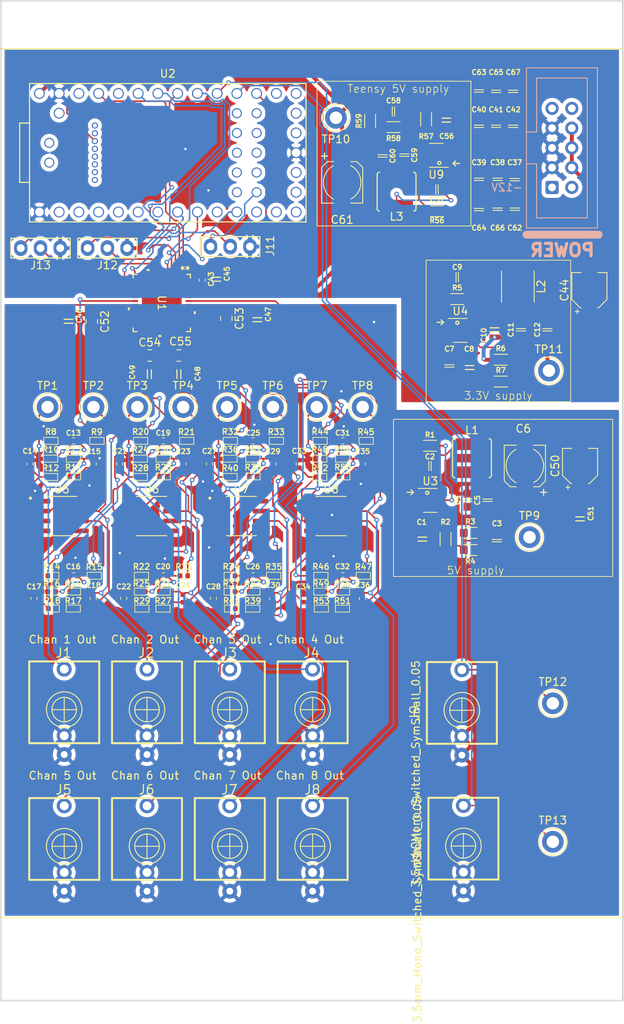
<source format=kicad_pcb>
(kicad_pcb (version 20240108) (generator "pcbnew") (generator_version "8.0")
  (layers (0 "F.Cu" signal) (31 "B.Cu" signal) (34 "B.Paste" user) (35 "F.Paste" user) (36 "B.SilkS" user "B.Silkscreen") (37 "F.SilkS" user "F.Silkscreen") (38 "B.Mask" user) (39 "F.Mask" user) (44 "Edge.Cuts" user))
  (net 0 "")
  (net 1 "+12V")
  (net 2 "/Power/SW")
  (net 3 "/Power/BST")
  (net 4 "/Power/FB")
  (net 5 "Net-(U4-BST)")
  (net 6 "-12VA")
  (net 7 "/Power/EN")
  (net 8 "Net-(U3-FB)")
  (net 9 "Net-(U4-EN)")
  (net 21 "TEENSY_5V")
  (net 31 "32_OUT1B")
  (net 35 "9_OUT1C")
  (net 37 "ADC2")
  (net 42 "Net-(C13-Pad1)")
  (net 43 "Net-(C13-Pad2)")
  (net 44 "/Outs/Out Pair 1/OP1_POS")
  (net 45 "/Outs/Out Pair 1/OP1_NEG")
  (net 46 "/Outs/Out Pair 1/OP1_OUT")
  (net 47 "Net-(C16-Pad1)")
  (net 48 "Net-(C16-Pad2)")
  (net 49 "/Outs/Out Pair 1/OP2_POS")
  (net 50 "/Outs/Out Pair 1/OP2_OUT")
  (net 51 "/Outs/Out Pair 1/OP2_NEG")
  (net 52 "/DAC/AOUTL1P")
  (net 53 "/DAC/AOUTR1N")
  (net 54 "/DAC/AOUTR1P")
  (net 55 "/DAC/AOUTR4P")
  (net 56 "/DAC/AOUTR2N")
  (net 57 "/DAC/AOUTL2N")
  (net 58 "/DAC/AOUTR4N")
  (net 59 "/DAC/AOUTL3N")
  (net 60 "/DAC/AOUTR2P")
  (net 61 "/DAC/AOUTL3P")
  (net 62 "/DAC/AOUTR3P")
  (net 63 "/DAC/AOUTL4P")
  (net 64 "/DAC/AOUTL2P")
  (net 65 "/DAC/AOUTL4N")
  (net 66 "/DAC/AOUTL1N")
  (net 67 "/DAC/AOUTR3N")
  (net 68 "Net-(C19-Pad2)")
  (net 69 "Net-(C19-Pad1)")
  (net 70 "Net-(C20-Pad2)")
  (net 71 "Net-(C20-Pad1)")
  (net 72 "/Outs/Out Pair 2/OP1_POS")
  (net 73 "/Outs/Out Pair 2/OP2_POS")
  (net 74 "/Outs/Out Pair 2/OP1_OUT")
  (net 75 "/Outs/Out Pair 2/OP1_NEG")
  (net 76 "/Outs/Out Pair 2/OP2_NEG")
  (net 77 "/Outs/Out Pair 2/OP2_OUT")
  (net 78 "Net-(C25-Pad1)")
  (net 79 "Net-(C25-Pad2)")
  (net 80 "Net-(C26-Pad2)")
  (net 81 "Net-(C26-Pad1)")
  (net 82 "/Outs/Out Pair 3/OP1_POS")
  (net 83 "/Outs/Out Pair 3/OP2_POS")
  (net 84 "/Outs/Out Pair 3/OP1_NEG")
  (net 85 "/Outs/Out Pair 3/OP1_OUT")
  (net 86 "/Outs/Out Pair 3/OP2_NEG")
  (net 87 "/Outs/Out Pair 3/OP2_OUT")
  (net 88 "Net-(C31-Pad2)")
  (net 89 "Net-(C31-Pad1)")
  (net 90 "Net-(C32-Pad1)")
  (net 91 "Net-(C32-Pad2)")
  (net 92 "/Outs/Out Pair 4/OP1_POS")
  (net 93 "/Outs/Out Pair 4/OP2_POS")
  (net 94 "/Outs/Out Pair 4/OP1_NEG")
  (net 95 "AVSS")
  (net 96 "AVDD")
  (net 97 "TVDD")
  (net 98 "VDD18")
  (net 99 "LRCK{slash}DSDL1")
  (net 100 "SDTI2{slash}DSDL2")
  (net 101 "PDN")
  (net 102 "MCLK")
  (net 103 "6_OUT1D")
  (net 104 "SDA{slash}CDTI{slash}TDM0")
  (net 106 "DVSS")
  (net 107 "ADC3")
  (net 108 "SDTI3{slash}DSDR2{slash}TDMO1")
  (net 109 "BICK{slash}DCLK")
  (net 110 "DZF{slash}SMUTE")
  (net 111 "SCL{slash}CCLK{slash}TDM1")
  (net 112 "SDTI1{slash}DSDR1")
  (net 113 "SDTI4{slash}DSDL3{slash}TDMO2")
  (net 114 "Net-(U9-FB)")
  (net 124 "/Outs/Out Pair 4/OP1_OUT")
  (net 125 "/Outs/Out Pair 4/OP2_NEG")
  (net 126 "/Outs/Out Pair 4/OP2_OUT")
  (footprint "4ms_Resistor:R_0402" (layer "F.Cu") (at 40.460335 82.143)
    (property "Reference" "R11")
    (property "Value" "150" (hide yes))
  )
  (footprint "4ms_Connector:Pins_1x03_2.54mm_TH" (layer "F.Cu") (at 60.6 52.6 -90)
    (property "Reference" "J11")
    (property "Value" "Conn_01x03" (hide yes))
  )
  (footprint "4ms_Resistor:R_0402" (layer "F.Cu") (at 37.643335 96.945)
    (property "Reference" "R16")
    (property "Value" "16.9k" (hide yes))
  )
  (footprint "4ms_Resistor:R_0402" (layer "F.Cu") (at 51.979001 96.945)
    (property "Reference" "R31")
    (property "Value" "16.9k" (hide yes))
  )
  (footprint "NE5532DR:SOIC127P599X175-8N" (layer "F.Cu") (at 50.485001 87.235)
    (property "Reference" "U6")
    (property "Value" "NE5532")
  )
  (footprint "4ms_Resistor:R_0402" (layer "F.Cu") (at 37.493335 79.857)
    (property "Reference" "R10")
    (property "Value" "16.9k" (hide yes))
  )
  (footprint "4ms_Resistor:R_0402" (layer "F.Cu") (at 60.726667 96.945)
    (property "Reference" "R37")
    (property "Value" "16.9k" (hide yes))
  )
  (footprint "4ms_Resistor:R_0402" (layer "F.Cu") (at 63.497667 99.13)
    (property "Reference" "R39")
    (property "Value" "150" (hide yes))
  )
  (footprint "4ms_Capacitor:C_0603" (layer "F.Cu") (at 80.2 40.95 -90)
    (property "Reference" "C60")
    (property "Value" "10uF" (hide yes))
  )
  (footprint "4ms_Resistor:R_0402" (layer "F.Cu") (at 49.240001 99.13 180)
    (property "Reference" "R29")
    (property "Value" "150" (hide yes))
  )
  (footprint "4ms_Capacitor:C_0402" (layer "F.Cu") (at 75.085335 77.571)
    (property "Reference" "C31")
    (property "Value" "1.0n" (hide yes))
  )
  (footprint "4ms_Capacitor:C_0603" (layer "F.Cu") (at 95 43.95 90)
    (property "Reference" "C38")
    (property "Value" "0.1uF_0603_16V" (hide yes))
  )
  (footprint "4ms_Resistor:R_0402" (layer "F.Cu") (at 72.164335 77.571)
    (property "Reference" "R44")
    (property "Value" "3.9k" (hide yes))
  )
  (footprint "4ms_Capacitor:C_0805" (layer "F.Cu") (at 58.8 56.8 -90)
    (property "Reference" "C45")
    (property "Value" "0.1uF_0805_50V" (hide yes))
  )
  (footprint "4ms_Resistor:R_0402" (layer "F.Cu") (at 49.081001 77.571)
    (property "Reference" "R20")
    (property "Value" "3.9k" (hide yes))
  )
  (footprint "4ms_Resistor:R_0402" (layer "F.Cu") (at 37.698335 99.13 180)
    (property "Reference" "R18")
    (property "Value" "150" (hide yes))
  )
  (footprint "4ms_Capacitor:C_0402" (layer "F.Cu") (at 40.460335 77.571)
    (property "Reference" "C13")
    (property "Value" "1.0n" (hide yes))
  )
  (footprint "4ms_Capacitor:C_0603" (layer "F.Cu") (at 95 47.8 -90)
    (property "Reference" "C66")
    (property "Value" "0.1uF_0603_16V" (hide yes))
  )
  (footprint "4ms_Capacitor:C_0603" (layer "F.Cu") (at 94.8 32.65 -90)
    (property "Reference" "C65")
    (property "Value" "0.1uF_0603_16V" (hide yes))
  )
  (footprint "4ms_Connector:Pins_1x03_2.54mm_TH" (layer "F.Cu") (at 44.8 52.8 -90)
    (property "Reference" "J12")
    (property "Value" "Conn_01x03" (hide yes))
  )
  (footprint "4ms_Resistor:R_0603" (layer "F.Cu") (at 89.8 59.35)
    (property "Reference" "R5")
    (property "Value" "100k_0603" (hide yes))
  )
  (footprint "4ms_Capacitor:C_0805" (layer "F.Cu") (at 64.1 62 -90)
    (property "Reference" "C47")
    (property "Value" "0.1uF_0805_50V" (hide yes))
  )
  (footprint "Capacitor_SMD:C_0805_2012Metric" (layer "F.Cu") (at 54 66.6 180)
    (property "Reference" "C55")
    (property "Value" "47uF" (hide yes))
  )
  (footprint "4ms_Capacitor:C_0805" (layer "F.Cu") (at 50.2 69)
    (property "Reference" "C49")
    (property "Value" "0.1uF_0805_50V" (hide yes))
  )
  (footprint "4ms_Capacitor:C_0402" (layer "F.Cu") (at 52.002001 94.913)
    (property "Reference" "C20")
    (property "Value" "1.0n" (hide yes))
  )
  (footprint "TestPoint:TestPoint_Keystone_5005-5009_Compact" (layer "F.Cu") (at 74.2 36.05 180)
    (property "Reference" "TP10")
    (property "Value" "TestPoint_Small" (hide yes))
  )
  (footprint "TestPoint:TestPoint_Keystone_5005-5009_Compact" (layer "F.Cu") (at 101.6 68.55)
    (property "Reference" "TP11")
    (property "Value" "TestPoint_Small" (hide yes))
  )
  (footprint "4ms_Resistor:R_0402" (layer "F.Cu") (at 43.462335 77.571 180)
    (property "Reference" "R9")
    (property "Value" "3.9k" (hide yes))
  )
  (footprint "4ms_Capacitor:C_0603" (layer "F.Cu") (at 87.2 45.25 180)
    (property "Reference" "C57")
    (property "Value" "0.1uF" (hide yes))
  )
  (footprint "4ms_Capacitor:C_0402" (layer "F.Cu") (at 63.543667 94.913)
    (property "Reference" "C26")
    (property "Value" "1.0n" (hide yes))
  )
  (footprint "4ms_Capacitor:C_0603" (layer "F.Cu") (at 83 40.85 -90)
    (property "Reference" "C59")
    (property "Value" "22uF" (hide yes))
  )
  (footprint "4ms_Capacitor:C_0402" (layer "F.Cu") (at 57 56.915 90)
    (property "Reference" "C43")
    (property "Value" "1uF_0402_25V" (hide yes))
  )
  (footprint "4ms_Resistor:R_0603" (layer "F.Cu") (at 91.5 91.6 180)
    (property "Reference" "R4")
    (property "Value" "7.68k" (hide yes))
  )
  (footprint "4ms_Capacitor:C_0805" (layer "F.Cu") (at 54 69)
    (property "Reference" "C48")
    (property "Value" "0.1uF_0805_50V" (hide yes))
  )
  (footprint "NE5532DR:SOIC127P599X175-8N" (layer "F.Cu") (at 38.943335 87.235)
    (property "Reference" "U5")
    (property "Value" "NE5532")
  )
  (footprint "4ms_Resistor:R_0603" (layer "F.Cu") (at 91.5 89.4)
    (property "Reference" "R3")
    (property "Value" "40.2k" (hide yes))
  )
  (footprint "TestPoint:TestPoint_Keystone_5005-5009_Compact" (layer "F.Cu") (at 37.113335 73.23)
    (property "Reference" "TP1")
    (property "Value" "TestPoint_Small" (hide yes))
  )
  (footprint "4ms_Resistor:R_0402" (layer "F.Cu") (at 63.520667 96.945)
    (property "Reference" "R43")
    (property "Value" "16.9k" (hide yes))
  )
  (footprint "Inductor_SMD:L_Taiyo-Yuden_NR-40xx" (layer "F.Cu") (at 97.6 57.75 -90)
    (property "Reference" "L2")
    (property "Value" "4.7uH_1.2A_40xx" (hide yes))
  )
  (footprint "TestPoint:TestPoint_Keystone_5005-5009_Compact" (layer "F.Cu") (at 102.1 111.3)
    (property "Reference" "TP12")
    (property "Value" "TestPoint_Small")
  )
  (footprint "4ms_Capacitor:C_0402" (layer "F.Cu") (at 58.440667 97.811 90)
    (property "Reference" "C28")
    (property "Value" "120p" (hide yes))
  )
  (footprint "4ms_Capacitor:C_0805" (layer "F.Cu") (at 91.4 68.15 90)
    (property "Reference" "C8")
    (property "Value" "22uF_0805_25V" (hide yes))
  )
  (footprint "4ms_Resistor:R_0402" (layer "F.Cu") (at 49.185001 94.913)
    (property "Reference" "R22")
    (property "Value" "3.9k" (hide yes))
  )
  (footprint "TestPoint:TestPoint_Keystone_5005-5009_Compact" (layer "F.Cu") (at 54.555001 73.23)
    (property "Reference" "TP4")
    (property "Value" "TestPoint_Small" (hide yes))
  )
  (footprint "4ms_Jack:EighthInch_PJ398SM" (layer "F.Cu") (at 60.55 129.685 -90)
    (property "Reference" "J7")
    (property "Value" "Chan 7 Out")
  )
  (footprint "TestPoint:TestPoint_Keystone_5005-5009_Compact" (layer "F.Cu") (at 99.1 89.95)
    (property "Reference" "TP9")
    (property "Value" "TestPoint_Small" (hide yes))
  )
  (footprint "4ms_Resistor:R_0402" (layer "F.Cu") (at 40.437335 96.945)
    (property "Reference" "R19")
    (property "Value" "16.9k" (hide yes))
  )
  (footprint "4ms_Resistor:R_0402" (layer "F.Cu") (at 75.039335 99.13)
    (property "Reference" "R51")
    (property "Value" "150" (hide yes))
  )
  (footprint "4ms_Capacitor:C_0402" (layer "F.Cu") (at 34.849335 80.539 90)
    (property "Reference" "C14")
    (property "Value" "120p" (hide yes))
  )
  (footprint "4ms_Resistor:R_0402" (layer "F.Cu") (at 49.035001 82.213 180)
    (property "Reference" "R28")
    (property "Value" "150" (hide yes))
  )
  (footprint "4ms_Resistor:R_0402" (layer "F.Cu") (at 63.520667 79.857)
    (property "Reference" "R42")
    (property "Value" "16.9k" (hide yes))
  )
  (footprint "4ms_Capacitor:C_0603" (layer "F.Cu") (at 88.8 67.95 90)
    (property "Reference" "C7")
    (property "Value" "0.1uF_0603_16V" (hide yes))
  )
  (footprint "4ms_Resistor:R_0402" (layer "F.Cu") (at 77.729335 94.913 180)
    (property "Reference" "R47")
    (property "Value" "3.9k" (hide yes))
  )
  (footprint "4ms_Resistor:R_0402" (layer "F.Cu") (at 72.268335 96.945)
    (property "Reference" "R49")
    (property "Value" "16.9k" (hide yes))
  )
  (footprint "4ms_Capacitor:C_0603" (layer "F.Cu") (at 97 37.15 90)
    (property "Reference" "C42")
    (property "Value" "0.1uF_0603_16V" (hide yes))
  )
  (footprint "4ms_Capacitor:C_0805" (layer "F.Cu") (at 85.3 90.2 90)
    (property "Reference" "C1")
    (property "Value" "22uF" (hide yes))
  )
  (footprint "4ms_Resistor:R_0603" (layer "F.Cu") (at 78.6 36.45 90)
    (property "Reference" "R59")
    (property "Value" "7.68k" (hide yes))
  )
  (footprint "4ms_Capacitor:C_0402" (layer "F.Cu") (at 69.982335 97.811 90)
    (property "Reference" "C34")
    (property "Value" "120p" (hide yes))
  )
  (footprint "TestPoint:TestPoint_Keystone_5005-5009_Compact" (layer "F.Cu") (at 48.655001 73.23)
    (property "Reference" "TP3")
    (property "Value" "TestPoint_Small" (hide yes))
  )
  (footprint "TestPoint:TestPoint_Keystone_5005-5009_Compact" (layer "F.Cu") (at 43.013335 73.23)
    (property "Reference" "TP2")
    (property "Value" "TestPoint_Small" (hide yes))
  )
  (footprint "4ms_Capacitor:C_0603" (layer "F.Cu") (at 98 63.3 90)
    (property "Reference" "C11")
    (property "Value" "10uF_0603_10V" (hide yes))
  )
  (footprint "4ms_Capacitor:CP_Elec_5x5.3" (layer "F.Cu") (at 75 44.35 -90)
    (property "Reference" "C61")
    (property "Value" "47uF" (hide yes))
  )
  (footprint "4ms_Resistor:R_0402" (layer "F.Cu") (at 75.062335 96.945)
    (property "Reference" "R55")
    (property "Value" "16.9k" (hide yes))
  )
  (footprint "4ms_Resistor:R_0603" (layer "F.Cu") (at 88.3 90.2 -90)
    (property "Reference" "R2")
    (property "Value" "75k" (hide yes))
  )
  (footprint "4ms_Capacitor:C_0402" (layer "F.Cu") (at 42.977335 97.834 90)
    (property "Reference" "C18")
    (property "Value" "120p" (hide yes))
  )
  (footprint "4ms_Capacitor:C_0805" (layer "F.Cu") (at 39.8 62.2 -90)
    (property "Reference" "C46")
    (property "Value" "0.1uF_0805_50V" (hide yes))
  )
  (footprint "4ms_Capacitor:C_0603" (layer "F.Cu") (at 97 32.65 -90)
    (property "Reference" "C67")
    (property "Value" "0.1uF_0603_16V" (hide yes))
  )
  (footprint "TestPoint:TestPoint_Keystone_5005-5009_Compact" (layer "F.Cu") (at 77.638335 73.23)
    (property "Reference" "TP8")
    (property "Value" "TestPoint_Small" (hide yes))
  )
  (footprint "4ms_Capacitor:C_0402" (layer "F.Cu") (at 46.391001 80.539 90)
    (property "Reference" "C21")
    (property "Value" "120p" (hide yes))
  )
  (footprint "4ms_Resistor:R_0402" (layer "F.Cu") (at 72.118335 82.213 180)
    (property "Reference" "R52")
    (property "Value" "150" (hide yes))
  )
  (footprint "4ms_Resistor:R_0603" (layer "F.Cu") (at 85.8 36.25 90)
    (property "Reference" "R57")
    (property "Value" "75k" (hide yes))
  )
  (footprint "4ms_Capacitor:C_0402" (layer "F.Cu") (at 75.085335 94.913)
    (property "Reference" "C32")
    (property "Value" "1.0n" (hide yes))
  )
  (footprint "4ms_Capacitor:C_0805" (layer "F.Cu") (at 105.6 87.6 -90)
    (property "Reference" "C51")
    (property "Value" "0.1uF_0805_50V")
  )
  (footprint "4ms_Capacitor:C_0603" (layer "F.Cu") (at 101.4 63.3 90)
    (property "Reference" "C12")
    (property "Value" "0.1uF_0603_16V" (hide yes))
  )
  (footprint "4ms_Resistor:R_0402" (layer "F.Cu") (at 37.643335 94.913)
    (property "Reference" "R14")
    (property "Value" "3.9k" (hide yes))
  )
  (footprint "4ms_Resistor:R_0402" (layer "F.Cu") (at 75.085335 82.143)
    (property "Reference" "R50")
    (property "Value" "150" (hide yes))
  )
  (footprint "Capacitor_SMD:C_0805_2012Metric" (layer "F.Cu") (at 42.8 62.25 -90)
    (property "Reference" "C52")
    (property "Value" "47uF" (hide yes))
  )
  (footprint "4ms_Resistor:R_0402" (layer "F.Cu") (at 43.104335 94.913 180)
    (property "Reference" "R15")
    (property "Value" "3.9k" (hide yes))
  )
  (footprint "4ms_Resistor:R_0402" (layer "F.Cu") (at 51.956001 99.13)
    (property "Reference" "R27")
    (property "Value" "150" (hide yes))
  )
  (footprint "TestPoint:TestPoint_Keystone_5005-5009_Compact" (layer "F.Cu") (at 71.738335 73.23)
    (property "Reference" "TP7")
    (property "Value" "TestPoint_Small" (hide yes))
  )
  (footprint "4ms_Capacitor:C_0402" (layer "F.Cu") (at 54.519001 80.539 90)
    (property "Reference" "C23")
    (property "Value" "120p" (hide yes))
  )
  (footprint "4ms_Resistor:R_0402" (layer "F.Cu") (at 55.004001 77.571 180)
    (property "Reference" "R21")
    (property "Value" "3.9k" (hide yes))
  )
  (footprint "NE5532DR:SOIC127P599X175-8N" (layer "F.Cu") (at 73.568335 87.235)
    (property "Reference" "U8")
    (property "Value" "NE5532")
  )
  (footprint "4ms_Resistor:R_0402" (layer "F.Cu") (at 72.323335 99.13 180)
    (property "Reference" "R53")
    (property "Value" "150" (hide yes))
  )
  (footprint "4ms_Capacitor:C_0603" (layer "F.Cu") (at 94.9 90.4 90)
    (property "Reference" "C3")
    (property "Value" "47pF" (hide yes))
  )
  (footprint "AK4458VN:QFN48_7x7-0p5_AKM" (layer "F.Cu") (at 51.8 59.849559 -90)
    (property "Reference" "U1")
    (property "Value" "AK4458VN")
  )
  (footprint "4ms_Resistor:R_0402" (layer "F.Cu") (at 60.622667 77.571)
    (property "Reference" "R32")
    (property "Value" "3.9k" (hide yes))
  )
  (footprint "4ms_Capacitor:C_0805" (layer "F.Cu") (at 88.4 36.35 -90)
    (property "Reference" "C56")
    (property "Value" "22uF" (hide yes))
  )
  (footprint "4ms_Capacitor:C_0402" (layer "F.Cu") (at 77.602335 97.834 90)
    (property "Reference" "C36")
    (property "Value" "120p" (hide yes))
  )
  (footprint "4ms_Resistor:R_0402" (layer "F.Cu") (at 52.002001 82.143)
    (property "Reference" "R26")
    (property "Value" "150" (hide yes))
  )
  (footprint "4ms_Resistor:R_0402" (layer "F.Cu") (at 40.437335 79.857)
    (property "Reference" "R13")
    (property "Value" "16.9k" (hide yes))
  )
  (footprint "4ms_Resistor:R_0402" (layer "F.Cu") (at 75.062335 79.857)
    (property "Reference" "R54")
    (property "Value" "16.9k" (hide yes))
  )
  (footprint "4ms_Jack:EighthInch_PJ398SM" (layer "F.Cu") (at 39.25 112.1217 -90)
    (property "Reference" "J1")
    (property "Value" "Chan 1 Out")
  )
  (footprint "Capacitor_SMD:CP_Elec_4x5.3" (layer "F.Cu") (at 106.8 58.2 90)
    (property "Reference" "C44")
    (property "Value" "10uF_4x5.3_10V")
  )
  (footprint "4ms_Resistor:R_0402" (layer "F.Cu") (at 51.979001 79.857)
    (property "Reference" "R30")
    (property "Value" "16.9k" (hide yes))
  )
  (footprint "4ms_Resistor:R_0402" (layer "F.Cu") (at 78.087335 77.571 180)
    (property "Reference" "R45")
    (property "Value" "3.9k" (hide yes))
  )
  (footprint "NE5532DR:SOIC127P599X175-8N" (layer "F.Cu") (at 62.026667 87.235)
    (property "Reference" "U7")
    (property "Value" "NE5532")
  )
  (footprint "4ms_Resistor:R_0402" (layer "F.Cu") (at 37.539335 77.571)
    (property "Reference" "R8")
    (property "Value" "3.9k" (hide yes))
  )
  (footprint "4ms_Package_SOT:TSOT-23-6" (layer "F.Cu") (at 90.2 63.35)
    (property "Reference" "U4")
    (property "Value" "AP62200TWU-7" (hide yes))
  )
  (footprint "4ms_Capacitor:C_0402" (layer "F.Cu") (at 77.602335 80.539 90)
    (property "Reference" "C35")
    (property "Value" "120p" (hide yes))
  )
  (footprint "4ms_Capacitor:C_0402" (layer "F.Cu") (at 46.899001 97.811 90)
    (property "Reference" "C22")
    (property "Value" "120p" (hide yes))
  )
  (footprint "4ms_Capacitor:C_0603" (layer "F.Cu") (at 93.7 85.2 90)
    (property "Reference" "C5")
    (property "Value" "10uF" (hide yes))
  )
  (footprint "4ms_Capacitor:C_0603" (layer "F.Cu") (at 94.8 37.15 90)
    (property "Reference" "C41")
    (property "Value" "0.1uF_0603_16V" (hide yes))
  )
  (footprint "4ms_Capacitor:C_0603" (layer "F.Cu") (at 86.3 80.8)
    (property "Reference" "C2")
    (property "Value" "0.1uF" (hide yes))
  )
  (footprint "4ms_Resistor:R_0402" (layer "F.Cu") (at 66.187667 94.913 180)
    (property "Reference" "R35")
    (property "Value" "3.9k" (hide yes))
  )
  (footprint "4ms_Resistor:R_0603" (layer "F.Cu") (at 81.6 37.25 180)
    (property "Reference" "R58")
    (property "Value" "40.2k" (hide yes))
  )
  (footprint "Capacitor_SMD:C_0805_2012Metric" (layer "F.Cu") (at 60.1 61.85 -90)
    (property "Reference" "C53")
    (property "Value" "47uF" (hide yes))
  )
  (footprint "4ms_Capacitor:C_0402" (layer "F.Cu") (at 52.002001 77.571)
    (property "Reference" "C19")
    (property "Value" "1.0n" (hide yes))
  )
  (footprint "4ms_Resistor:R_0402" (layer "F.Cu") (at 60.576667 79.857)
    (property "Reference" "R36")
    (property "Value" "16.9k" (hide yes))
  )
  (footprint "4ms_Capacitor:C_0402" (layer "F.Cu") (at 35.357335 97.811 90)
    (property "Reference" "C17")
    (property "Value" "120p" (hide yes))
  )
  (footprint "4ms_Resistor:R_0603" (layer "F.Cu") (at 95.4 69.95)
    (property "Reference" "R7")
    (property "Value" "10k_0603" (hide yes))
  )
  (footprint "4ms_Jack:EighthInch_PJ398SM" (layer "F.Cu") (at 71.2 112.1217 -90)
    (property "Reference" "J4")
    (property "Value" "Chan 4 Out")
  )
  (footprint "4ms_Capacitor:C_0402" (layer "F.Cu") (at 57.932667 80.539 90)
    (property "Reference" "C27")
    (property "Value" "120p" (hide yes))
  )
  (footprint "4ms_Capacitor:C_0603" (layer "F.Cu") (at 97.2 47.8 -90)
    (property "Reference" "C62")
    (property "Value" "0.1uF_0603_16V" (hide yes))
  )
  (footprint "teensy:Teensy40_SMT" (layer "F.Cu") (at 52.57 40.54)
    (property "Reference" "U2")
    (property "Value" "Teensy4.0" (hide yes))
  )
  (footprint "4ms_Resistor:R_0402" (layer "F.Cu") (at 72.118335 79.857)
    (property "Reference" "R48")
    (property "Value" "16.9k" (hide yes))
  )
  (footprint "4ms_Resistor:R_0402" (layer "F.Cu") (at 60.576667 82.213 180)
    (property "Reference" "R40")
    (property "Value" "150" (hide yes))
  )
  (footprint "4ms_Resistor:R_0603" (layer "F.Cu") (at 87.2 48.05)
    (property "Reference" "R56")
    (property "Value" "100k" (hide yes))
  )
  (footprint "4ms_Capacitor:C_0402" (layer "F.Cu") (at 63.543667 77.571)
    (property "Reference" "C25")
    (property "Value" "1.0n" (hide yes))
  )
  (footprint "4ms_Capacitor:C_0603" (layer "F.Cu") (at 97.2 44 90)
    (property "Reference" "C37")
    (property "Value" "0.1uF_0603_16V" (hide yes))
  )
  (footprint "4ms_Jack:EighthInch_PJ398SM" (layer "F.Cu") (at 60.55 112.1217 -90)
    (property "Reference" "J3")
    (property "Value" "Chan 3 Out")
  )
  (footprint "4ms_Resistor:R_0402" (layer "F.Cu") (at 49.035001 79.857)
    (property "Reference" "R24")
    (property "Value" "16.9k" (hide yes))
  )
  (footprint "4ms_Resistor:R_0402" (layer "F.Cu") (at 37.493335 82.213 180)
    (property "Reference" "R12")
    (property "Value" "150" (hide yes))
  )
  (footprint "Capacitor_SMD:C_0805_2012Metric" (layer "F.Cu") (at 50.25 66.6)
    (property "Reference" "C54")
    (property "Value" "47uF" (hide yes))
  )
  (footprint "4ms_Resistor:R_0402" (layer "F.Cu") (at 63.543667 82.143)
    (property "Reference" "R38")
    (property "Value" "150" (hide yes))
  )
  (footprint "4ms_Capacitor:C_0402" (layer "F.Cu") (at 66.060667 80.539 90)
    (property "Reference" "C29")
    (property "Value" "120p" (hide yes))
  )
  (footprint "4ms_Resistor:R_0402" (layer "F.Cu") (at 60.781667 99.13 180)
    (property "Reference" "R41")
    (property "Value" "150" (hide yes))
  )
  (footprint "4ms_Inductor:COIL_5040" (layer "F.Cu") (at 91.7 79.8 -90)
    (property "Reference" "L1")
    (property "Value" "15uH" (hide yes))
  )
  (footprint "TestPoint:TestPoint_Keystone_5005-5009_Compact" (layer "F.Cu") (at 66.096667 73.23)
    (property "Reference" "TP6")
    (property "Value" "TestPoint_Small" (hide yes))
  )
  (footprint "4ms_Resistor:R_0402" (layer "F.Cu") (at 72.268335 94.913)
    (property "Reference" "R46")
    (property "Value" "3.9k" (hide yes))
  )
  (footprint "4ms_Resistor:R_0402" (layer "F.Cu") (at 66.545667 77.571 180)
    (property "Reference" "R33")
    (property "Value" "3.9k" (hide yes))
  )
  (footprint "4ms_Resistor:R_0603" (layer "F.Cu") (at 95.4 67.15)
    (property "Reference" "R6")
    (property "Value" "33.2k_0603" (hide yes))
  )
  (footprint "4ms_Jack:EighthInch_PJ398SM" (layer "F.Cu") (at 90.6 129.6472 -90)
    (property "Reference" "J10")
    (property "Value" "3.5mm_Mono_Switched_SymSmall_0.05")
  )
  (footprint "Capacitor_SMD:CP_Elec_4x5.3" (layer "F.Cu") (at 105.6 80.8 90)
    (property "Reference" "C50")
    (property "Value" "10uF_4x5.3_10V" (hide yes))
  )
  (footprint "4ms_Capacitor:C_0402" (layer "F.Cu") (at 40.460335 94.913)
    (property "Reference" "C16")
    (property "Value" "1.0n" (hide yes))
  )
  (footprint "4ms_Connector:Pins_1x03_2.54mm_TH" (layer "F.Cu") (at 36.2 52.8 -90)
    (property "Reference" "J13")
    (property "Value" "Conn_01x03" (hide yes))
  )
  (footprint "4ms_Jack:EighthInch_PJ398SM" (layer "F.Cu") (at 49.9 112.1217 -90)
    (property "Reference" "J2")
    (property "Value" "Chan 2 Out")
  )
  (footprint "4ms_Jack:EighthInch_PJ398SM" (layer "F.Cu") (at 39.25 129.685 -90)
    (property "Reference" "J5")
    (property "Value" "Chan 5 Out")
  )
  (footprint "4ms_Capacitor:C_0603" (layer "F.Cu") (at 92.6 32.6 -90)
    (property "Reference" "C63")
    (property "Value" "0.1uF_0603_16V" (hide yes))
  )
  (footprint "4ms_Resistor:R_0402" (layer "F.Cu") (at 40.414335 99.13)
    (property "Reference" "R17")
    (property "Value" "150" (hide yes))
  )
  (footprint "4ms_Resistor:R_0402" (layer "F.Cu") (at 54.646001 94.913 180)
    (property "Reference" "R23")
    (property "Value" "3.9k" (hide yes))
  )
  (footprint "4ms_Capacitor:C_0603" (layer "F.Cu") (at 92.6 37.15 90)
    (property "Reference" "C40")
    (property "Value" "0.1uF_0603_16V" (hide yes))
  )
  (footprint "4ms_Resistor:R_0402" (layer "F.Cu") (at 49.185001 96.945)
    (property "Reference" "R25")
    (property "Value" "16.9k" (hide yes))
  )
  (footprint "4ms_Capacitor:C_0603" (layer "F.Cu") (at 92.6 43.95 90)
    (property "Reference" "C39")
    (property "Value" "0.1uF_0603_16V" (hide yes))
  )
  (footprint "TestPoint:TestPoint_Keystone_5005-5009_Compact" (layer "F.Cu") (at 60.196667 73.23)
    (property "Reference" "TP5")
    (property "Value" "TestPoint_Small" (hide yes))
  )
  (footprint "TestPoint:TestPoint_Keystone_5005-5009_Compact" (layer "F.Cu") (at 102.1 129.1)
    (property "Reference" "TP13")
    (property "Value" "TestPoint_Small")
  )
  (footprint "4ms_Capacitor:C_0603" (layer "F.Cu") (at 91.1 85.2 90)
    (property "Reference" "C4")
    (property "Value" "22uF" (hide yes))
  )
  (footprint "4ms_Jack:EighthInch_PJ398SM" (layer "F.Cu") (at 49.9 129.685 -90)
    (property "Reference" "J6")
    (property "Value" "Chan 6 Out")
  )
  (footprint "4ms_Capacitor:C_0603" (layer "F.Cu") (at 89.8 56.55)
    (property "Reference" "C9")
    (property "Value" "0.1uF_0603_16V" (hide yes))
  )
  (footprint "4ms_Capacitor:CP_Elec_5x5.3" (layer "F.Cu") (at 98.5 80.8 90)
    (property "Reference" "C6")
    (property "Value" "47uF" (hide yes))
  )
  (footprint "4ms_Capacitor:C_0402" (layer "F.Cu") (at 54.519001 97.834 90)
    (property "Reference" "C24")
    (property "Value" "120p" (hide yes))
  )
  (footprint "4ms_Resistor:R_0402" (layer "F.Cu") (at 60.726667 94.913)
    (property "Reference" "R34")
    (property "Value" "3.9k" (hide yes))
  )
  (footprint "4ms_Capacitor:C_0603" (layer "F.Cu") (at 92.6 47.85 -90)
    (property "Reference" "C64")
    (property "Value" "0.1uF_0603_16V" (hide yes))
  )
  (footprint "4ms_Jack:EighthInch_PJ398SM" (layer "F.Cu") (at 90.4 112.2 -90)
    (property "Reference" "J9")
    (property "Value" "3.5mm_Mono_Switched_SymSmall_0.05")
  )
  (footprint "4ms_Capacitor:C_0402" (layer "F.Cu") (at 66.060667 97.834 90)
    (property "Reference" "C30")
    (property "Value" "120p" (hide yes))
  )
  (footprint "4ms_Jack:EighthInch_PJ398SM" (layer "F.Cu") (at 71.2 129.685 -90)
    (property "Reference" "J8")
    (property "Value" "Chan 8 Out")
  )
  (footprint "4ms_Capacitor:C_0805" (layer "F.Cu") (at 94.6 63.3 90)
    (property "Reference" "C10")
    (property "Value" "22uF_0805_6.3V" (hide yes))
  )
  (footprint "4ms_Resistor:R_0603" (layer "F.Cu") (at 86.3 78.2 180)
    (property "Reference" "R1")
    (property "Value" "100k" (hide yes))
  )
  (footprint "4ms_Package_SOT:TSOT-23-6" (layer "F.Cu") (at 87.11 40.9 180)
    (property "Reference" "U9")
    (property "Value" "AP65211A" (hide yes))
  )
  (footprint "4ms_Capacitor:C_0402" (layer "F.Cu") (at 42.977335 80.539 90)
    (property "Reference" "C15")
    (property "Value" "120p" (hide yes))
  )
  (footprint "4ms_Capacitor:C_0603" (layer "F.Cu") (at 81.6 35.25 180)
    (property "Reference" "C58")
    (property "Value" "47pF" (hide yes))
  )
  (footprint "4ms_Capacitor:C_0402" (layer "F.Cu") (at 69.474335 80.539 90)
    (property "Reference" "C33")
    (property "Value" "120p" (hide yes))
  )
  (footprint "4ms_Inductor:COIL_5040" (layer "F.Cu") (at 82 45.55 90)
    (property "Reference" "L3")
    (property "Value" "15uH" (hide yes))
  )
  (footprint "4ms_Package_SOT:TSOT-23-6" (layer "F.Cu") (at 86.33285 85.2)
    (property "Reference" "U3")
    (property "Value" "AP65211A" (hide yes))
  )
  (footprint "4ms_Connector:Pins_2x05_2.54mm_TH_EurorackPower_Shrouded" (layer "B.Cu") (at 103.27 39.92 180)
    (property "Reference" "H1")
    (property "Value" "Eurorack_Power_10pin_Shrouded" (hide yes))
  )
  (gr_rect (start 85.8 54.35) (end 104.4 72.55) (stroke (width 0.1)) (fill none) (layer "F.SilkS"))
  (gr_line (start 31.2 27.2) (end 111.1 27.2) (stroke (width 0.2)) (layer "F.SilkS"))
  (gr_rect (start 71.76715 31.35) (end 91.56715 49.95) (stroke (width 0.1)) (fill none) (layer "F.SilkS"))
  (gr_line (start 31.175 138.831) (end 111.175 138.831) (stroke (width 0.2)) (layer "F.SilkS"))
  (gr_rect (start 81.6 74.8) (end 109.8 95) (stroke (width 0.1)) (fill none) (layer "F.SilkS"))
  (gr_rect (start 31.09 21.0127) (end 111.1 149.5127) (stroke (width 0.2)) (fill none) (layer "Edge.Cuts"))
  (gr_text "5V supply" (at 88.4 94.8 0) (layer "F.SilkS") (effects (font (size 1 1) (thickness 0.1)) (justify left bottom)))
  (gr_text "3.3V supply" (at 90.6 72.35 0) (layer "F.SilkS") (effects (font (size 1 1) (thickness 0.1)) (justify left bottom)))
  (gr_text "Teensy 5V supply" (at 75.6 32.9 0) (layer "F.SilkS") (effects (font (size 1 1) (thickness 0.1)) (justify left bottom)))
  (segment (start 85.45 78.2) (end 82.5 81.15) (width 0.2) (layer "F.Cu") (net 1))
  (segment (start 91.1 68.8) (end 91.4 69.1) (width 0.2) (layer "F.Cu") (net 1))
  (segment (start 87.4 65.75) (end 87.4 67.4) (width 0.2) (layer "F.Cu") (net 1))
  (segment (start 88.85 64.3) (end 87.4 65.75) (width 0.2) (layer "F.Cu") (net 1))
  (segment (start 83.9 90) (end 83.9 87.27285) (width 0.2) (layer "F.Cu") (net 1))
  (segment (start 88.89 64.3) (end 88.85 64.3) (width 0.2) (layer "F.Cu") (net 1))
  (segment (start 82.5 81.15) (end 82.5 84.6) (width 0.2) (layer "F.Cu") (net 1))
  (segment (start 85.05 91.15) (end 83.9 90) (width 0.2) (layer "F.Cu") (net 1))
  (segment (start 85.3 91.15) (end 85.05 91.15) (width 0.2) (layer "F.Cu") (net 1))
  (segment (start 83.9 87.27285) (end 85.02285 86.15) (width 0.2) (layer "F.Cu") (net 1))
  (segment (start 82.5 84.6) (end 84.05 86.15) (width 0.2) (layer "F.Cu") (net 1))
  (segment (start 88.8 68.8) (end 91.1 68.8) (width 0.2) (layer "F.Cu") (net 1))
  (segment (start 84.05 86.15) (end 85.02285 86.15) (width 0.2) (layer "F.Cu") (net 1))
  (segment (start 87.4 67.4) (end 88.8 68.8) (width 0.2) (layer "F.Cu") (net 1))
  (segment (start 82 45.85) (end 82 47.35) (width 0.2) (layer "F.Cu") (net 2))
  (segment (start 86.4 59.1) (end 86.4 62.75) (width 0.2) (layer "F.Cu") (net 2))
  (segment (start 88.3 79.4) (end 86.85 79.4) (width 0.2) (layer "F.Cu") (net 2))
  (segment (start 86.85 79.4) (end 85.45 80.8) (width 0.2) (layer "F.Cu") (net 2))
  (segment (start 90.2 41.87) (end 89.23 40.9) (width 0.2) (layer "F.Cu") (net 2))
  (segment (start 89.7 78) (end 88.3 79.4) (width 0.2) (layer "F.Cu") (net 2))
  (segment (start 83.3 84.4) (end 83.3 82.2) (width 0.2) (layer "F.Cu") (net 2))
  (segment (start 88.05 45.25) (end 88.05 45.7) (width 0.2) (layer "F.Cu") (net 2))
  (segment (start 89 45.25) (end 88.05 45.25) (width 0.2) (layer "F.Cu") (net 2))
  (segment (start 94.4 55.15) (end 90.35 55.15) (width 0.2) (layer "F.Cu") (net 2))
  (segment (start 88.05 45.7) (end 89 46.65) (width 0.2) (layer "F.Cu") (net 2))
  (segment (start 83.3 82.2) (end 84.7 80.8) (width 0.2) (layer "F.Cu") (net 2))
  (segment (start 97.6 56.35) (end 95.6 56.35) (width 0.2) (layer "F.Cu") (net 2))
  (segment (start 90.2 44.05) (end 89 45.25) (width 0.2) (layer "F.Cu") (net 2))
  (segment (start 91.7 78) (end 89.7 78) (width 0.2) (layer "F.Cu") (net 2))
  (segment (start 85.02285 85.2) (end 84.1 85.2) (width 0.2) (layer "F.Cu") (net 2))
  (segment (start 86.4 62.75) (end 87 63.35) (width 0.2) (layer "F.Cu") (net 2))
  (segment (start 95.6 56.35) (end 94.4 55.15) (width 0.2) (layer "F.Cu") (net 2))
  (segment (start 89.23 40.9) (end 88.42 40.9) (width 0.2) (layer "F.Cu") (net 2))
  (segment (start 88.95 56.55) (end 86.4 59.1) (width 0.2) (layer "F.Cu") (net 2))
  (segment (start 84.7 80.8) (end 85.45 80.8) (width 0.2) (layer "F.Cu") (net 2))
  (segment (start 87 63.35) (end 88.89 63.35) (width 0.2) (layer "F.Cu") (net 2))
  (segment (start 90.2 41.87) (end 90.2 44.05) (width 0.2) (layer "F.Cu") (net 2))
  (segment (start 84.1 85.2) (end 83.3 84.4) (width 0.2) (layer "F.Cu") (net 2))
  (segment (start 90.35 55.15) (end 88.95 56.55) (width 0.2) (layer "F.Cu") (net 2))
  (via (at 82 45.85) (size 0.6) (drill 0.3) (layers "F.Cu" "B.Cu") (net 2))
  (via (at 89 46.65) (size 0.6) (drill 0.3) (layers "F.Cu" "B.Cu") (net 2))
  (segment (start 82.8 46.65) (end 82 45.85) (width 0.2) (layer "B.Cu") (net 2))
  (segment (start 89 46.65) (end 82.8 46.65) (width 0.2) (layer "B.Cu") (net 2))
  (segment (start 85.8 41.85) (end 85.8 44.7) (width 0.2) (layer "F.Cu") (net 3))
  (segment (start 85.8 44.7) (end 86.35 45.25) (width 0.2) (layer "F.Cu") (net 3))
  (segment (start 87.15 80.8) (end 87.15 83.75715) (width 0.2) (layer "F.Cu") (net 3))
  (segment (start 87.15 83.75715) (end 87.64285 84.25) (width 0.2) (layer "F.Cu") (net 3))
  (segment (start 88.3 91.05) (end 90.1 91.05) (width 0.2) (layer "F.Cu") (net 4))
  (segment (start 82.45 37.25) (end 82.45 36.25) (width 0.2) (layer "F.Cu") (net 4))
  (segment (start 78.6 35.6) (end 79.25 36.25) (width 0.2) (layer "F.Cu") (net 4))
  (segment (start 79.25 36.25) (end 82.45 36.25) (width 0.2) (layer "F.Cu") (net 4))
  (segment (start 82.45 36.25) (end 82.45 35.25) (width 0.2) (layer "F.Cu") (net 4))
  (segment (start 82.6 35.4) (end 82.45 35.25) (width 0.2) (layer "F.Cu") (net 4))
  (segment (start 92.76 65.55) (end 94.65 65.55) (width 0.2) (layer "F.Cu") (net 4))
  (segment (start 90.65 90.4) (end 90.65 91.6) (width 0.2) (layer "F.Cu") (net 4))
  (segment (start 91.51 64.3) (end 92.76 65.55) (width 0.2) (layer "F.Cu") (net 4))
  (segment (start 94.9 91.25) (end 94.05 90.4) (width 0.2) (layer "F.Cu") (net 4))
  (segment (start 94.55 68.85) (end 96.25 67.15) (width 0.2) (layer "F.Cu") (net 4))
  (segment (start 94.05 90.4) (end 90.65 90.4) (width 0.2) (layer "F.Cu") (net 4))
  (segment (start 94.55 69.95) (end 94.55 68.85) (width 0.2) (layer "F.Cu") (net 4))
  (segment (start 94.65 65.55) (end 96.25 67.15) (width 0.2) (layer "F.Cu") (net 4))
  (segment (start 90.1 91.05) (end 90.65 91.6) (width 0.2) (layer "F.Cu") (net 4))
  (segment (start 85.8 35.4) (end 82.6 35.4) (width 0.2) (layer "F.Cu") (net 4))
  (segment (start 90.65 89.4) (end 90.65 90.4) (width 0.2) (layer "F.Cu") (net 4))
  (segment (start 92.6 58.5) (end 90.65 56.55) (width 0.2) (layer "F.Cu") (net 5))
  (segment (start 91.51 62.4) (end 91.51 61.44) (width 0.2) (layer "F.Cu") (net 5))
  (segment (start 92.6 60.35) (end 92.6 58.5) (width 0.2) (layer "F.Cu") (net 5))
  (segment (start 91.51 61.44) (end 92.6 60.35) (width 0.2) (layer "F.Cu") (net 5))
  (segment (start 89.1 85.2) (end 87.64285 85.2) (width 0.2) (layer "F.Cu") (net 7))
  (segment (start 87.15 78.2) (end 88.3 78.2) (width 0.2) (layer "F.Cu") (net 7))
  (segment (start 86.35 48.05) (end 84.89 46.59) (width 0.2) (layer "F.Cu") (net 7))
  (segment (start 84.89 46.59) (end 84.89 41) (width 0.2) (layer "F.Cu") (net 7))
  (segment (start 84.99 40.9) (end 85.8 40.9) (width 0.2) (layer "F.Cu") (net 7))
  (segment (start 84.89 41) (end 84.99 40.9) (width 0.2) (layer "F.Cu") (net 7))
  (via (at 89.1 85.2) (size 0.6) (drill 0.3) (layers "F.Cu" "B.Cu") (net 7))
  (via (at 88.3 78.2) (size 0.6) (drill 0.3) (layers "F.Cu" "B.Cu") (net 7))
  (segment (start 89.1 83.4) (end 89.1 85.2) (width 0.2) (layer "B.Cu") (net 7))
  (segment (start 88.3 82.6) (end 89.1 83.4) (width 0.2) (layer "B.Cu") (net 7))
  (segment (start 88.3 78.2) (end 88.3 82.6) (width 0.2) (layer "B.Cu") (net 7))
  (segment (start 87.64285 88.69285) (end 88.3 89.35) (width 0.2) (layer "F.Cu") (net 8))
  (segment (start 87.64285 86.15) (end 87.64285 88.69285) (width 0.2) (layer "F.Cu") (net 8))
  (segment (start 90.925 63.35) (end 90.2 62.625) (width 0.2) (layer "F.Cu") (net 9))
  (segment (start 90.2 62.625) (end 90.2 60.6) (width 0.2) (layer "F.Cu") (net 9))
  (segment (start 91.51 63.35) (end 90.925 63.35) (width 0.2) (layer "F.Cu") (net 9))
  (segment (start 90.2 60.6) (end 88.95 59.35) (width 0.2) (layer "F.Cu") (net 9))
  (segment (start 80.75 39.65) (end 81.2 40.1) (width 0.5) (layer "F.Cu") (net 21))
  (segment (start 82.9 40.1) (end 83 40) (width 0.5) (layer "F.Cu") (net 21))
  (segment (start 80.2 40.1) (end 81.2 40.1) (width 0.5) (layer "F.Cu") (net 21))
  (segment (start 76.2 34.05) (end 74.53 34.05) (width 0.5) (layer "F.Cu") (net 21))
  (segment (start 82 43.75) (end 82 42.85) (width 0.5) (layer "F.Cu") (net 21))
  (segment (start 81.4 42.25) (end 81.4 40.1) (width 0.5) (layer "F.Cu") (net 21))
  (segment (start 75 42.15) (end 77.1 40.05) (width 0.5) (layer "F.Cu") (net 21))
  (segment (start 80.6 35.25) (end 79.4 34.05) (width 0.5) (layer "F.Cu") (net 21))
  (segment (start 81.4 40.1) (end 82.9 40.1) (width 0.5) (layer "F.Cu") (net 21))
  (segment (start 78.6 40.05) (end 78.65 40.1) (width 0.5) (layer "F.Cu") (net 21))
  (segment (start 78.65 40.1) (end 80.2 40.1) (width 0.5) (layer "F.Cu") (net 21))
  (segment (start 76.2 34.05) (end 74.2 36.05) (width 0.5) (layer "F.Cu") (net 21))
  (segment (start 79.4 34.05) (end 76.2 34.05) (width 0.5) (layer "F.Cu") (net 21))
  (segment (start 75 36.85) (end 74.2 36.05) (width 0.5) (layer "F.Cu") (net 21))
  (segment (start 40.04 28.94) (end 36.06 32.92) (width 0.5) (layer "F.Cu") (net 21))
  (segment (start 80.75 35.25) (end 80.6 35.25) (width 0.5) (layer "F.Cu") (net 21))
  (segment (start 69.42 28.94) (end 40.04 28.94) (width 0.5) (layer "F.Cu") (net 21))
  (segment (start 82 42.85) (end 81.4 42.25) (width 0.5) (layer "F.Cu") (net 21))
  (segment (start 75 42.15) (end 75 36.85) (width 0.5) (layer "F.Cu") (net 21))
  (segment (start 81.2 40.1) (end 81.4 40.1) (width 0.5) (layer "F.Cu") (net 21))
  (segment (start 80.75 37.25) (end 80.75 39.65) (width 0.5) (layer "F.Cu") (net 21))
  (segment (start 74.53 34.05) (end 69.42 28.94) (width 0.5) (layer "F.Cu") (net 21))
  (segment (start 77.1 40.05) (end 78.6 40.05) (width 0.5) (layer "F.Cu") (net 21))
  (segment (start 58.06 52.6) (end 58.06 51.54) (width 0.2) (layer "F.Cu") (net 31))
  (segment (start 58.06 51.54) (end 58.375735 51.224265) (width 0.2) (layer "F.Cu") (net 31))
  (via (at 58.375735 51.224265) (size 0.6) (drill 0.3) (layers "F.Cu" "B.Cu") (net 31))
  (segment (start 58.375735 51.224265) (end 59.812777 51.224265) (width 0.2) (layer "B.Cu") (net 31))
  (segment (start 59.812777 51.224265) (end 62.462 48.575042) (width 0.2) (layer "B.Cu") (net 31))
  (segment (start 62.462 48.575042) (end 62.462 47.158) (width 0.2) (layer "B.Cu") (net 31))
  (segment (start 62.462 47.158) (end 64 45.62) (width 0.2) (layer "B.Cu") (net 31))
  (segment (start 42.26 52.8) (end 42.26 52.6476) (width 0.2) (layer "F.Cu") (net 35))
  (segment (start 43.462726 51.444874) (end 52.55 51.444874) (width 0.2) (layer "F.Cu") (net 35))
  (segment (start 42.26 52.6476) (end 43.462726 51.444874) (width 0.2) (layer "F.Cu") (net 35))
  (segment (start 52.55 51.444874) (end 52.712183 51.607057) (width 0.2) (layer "F.Cu") (net 35))
  (via (at 52.712183 51.607057) (size 0.6) (drill 0.3) (layers "F.Cu" "B.Cu") (net 35))
  (segment (start 53.998529 51.083978) (end 53.764215 51.318293) (width 0.2) (layer "B.Cu") (net 35))
  (segment (start 54.294648 50.78786) (end 53.998529 51.083978) (width 0.2) (layer "B.Cu") (net 35))
  (segment (start 52.935785 51.318293) (end 52.808746 51.191254) (width 0.2) (layer "B.Cu") (net 35))
  (segment (start 61.46 48.16) (end 60.467223 48.16) (width 0.2) (layer "B.Cu") (net 35))
  (segment (start 53.764215 51.318293) (end 52.935785 51.318293) (width 0.2) (layer "B.Cu") (net 35))
  (segment (start 57.839363 50.78786) (end 54.294648 50.78786) (width 0.2) (layer "B.Cu") (net 35))
  (segment (start 60.467223 48.16) (end 57.839363 50.78786) (width 0.2) (layer "B.Cu") (net 35))
  (segment (start 52.808746 51.191254) (end 52.712183 51.287817) (width 0.2) (layer "B.Cu") (net 35))
  (segment (start 52.712183 51.287817) (end 52.712183 51.607057) (width 0.2) (layer "B.Cu") (net 35))
  (segment (start 90.4 106.993) (end 97.793 106.993) (width 0.2) (layer "F.Cu") (net 37))
  (segment (start 97.793 106.993) (end 102.1 111.3) (width 0.2) (layer "F.Cu") (net 37))
  (segment (start 72.472164 59.572164) (end 90.4 77.5) (width 0.2) (layer "B.Cu") (net 37))
  (segment (start 62.462 31.918) (end 69.618 31.918) (width 0.2) (layer "B.Cu") (net 37))
  (segment (start 72.1 36.91985) (end 72.334315 37.154164) (width 0.2) (layer "B.Cu") (net 37))
  (segment (start 72.472164 37.292014) (end 72.472164 59.572164) (width 0.2) (layer "B.Cu") (net 37))
  (segment (start 72.1 35.18015) (end 72.1 36.91985) (width 0.2) (layer "B.Cu") (net 37))
  (segment (start 61.46 32.92) (end 62.462 31.918) (width 0.2) (layer "B.Cu") (net 37))
  (segment (start 90.4 77.5) (end 90.4 106.993) (width 0.2) (layer "B.Cu") (net 37))
  (segment (start 72.472164 34.807986) (end 72.1 35.18015) (width 0.2) (layer "B.Cu") (net 37))
  (segment (start 72.472164 34.772164) (end 72.472164 34.807986) (width 0.2) (layer "B.Cu") (net 37))
  (segment (start 69.618 31.918) (end 72.472164 34.772164) (width 0.2) (layer "B.Cu") (net 37))
  (segment (start 72.334315 37.154164) (end 72.472164 37.292014) (width 0.2) (layer "B.Cu") (net 37))
  (segment (start 39.952335 82.12) (end 39.975335 82.143) (width 0.2) (layer "F.Cu") (net 42))
  (segment (start 39.975335 77.571) (end 39.975335 77.892) (width 0.2) (layer "F.Cu") (net 42))
  (segment (start 39.975335 77.892) (end 39.952335 77.915) (width 0.2) (layer "F.Cu") (net 42))
  (segment (start 39.952335 79.857) (end 39.952335 82.12) (width 0.2) (layer "F.Cu") (net 42))
  (segment (start 39.952335 77.915) (end 39.952335 79.857) (width 0.2) (layer "F.Cu") (net 42))
  (segment (start 39.975335 77.571) (end 38.024335 77.571) (width 0.2) (layer "F.Cu") (net 42))
  (segment (start 42.977335 77.571) (end 40.945335 77.571) (width 0.2) (layer "F.Cu") (net 43))
  (segment (start 38.086335 79.857) (end 39.013335 78.93) (width 0.2) (layer "F.Cu") (net 43))
  (segment (start 41.813335 78.439) (end 40.945335 77.571) (width 0.2) (layer "F.Cu") (net 43))
  (segment (start 37.978335 79.857) (end 37.978335 82.213) (width 0.2) (layer "F.Cu") (net 43))
  (segment (start 41.813335 78.73) (end 41.813335 78.439) (width 0.2) (layer "F.Cu") (net 43))
  (segment (start 37.978335 79.857) (end 38.086335 79.857) (width 0.2) (layer "F.Cu") (net 43))
  (via (at 39.013335 78.93) (size 0.6) (drill 0.3) (layers "F.Cu" "B.Cu") (net 43))
  (via (at 41.813335 78.73) (size 0.6) (drill 0.3) (layers "F.Cu" "B.Cu") (net 43))
  (segment (start 39.013335 78.93) (end 39.213335 78.73) (width 0.2) (layer "B.Cu") (net 43))
  (segment (start 39.213335 78.73) (end 41.813335 78.73) (width 0.2) (layer "B.Cu") (net 43))
  (segment (start 34.521335 83.73) (end 36.038335 82.213) (width 0.2) (layer "F.Cu") (net 44))
  (segment (start 34.213335 83.73) (end 34.521335 83.73) (width 0.2) (layer "F.Cu") (net 44))
  (segment (start 37.008335 82.213) (end 36.038335 82.213) (width 0.2) (layer "F.Cu") (net 44))
  (segment (start 36.473335 87.87) (end 35.488336 87.87) (width 0.2) (layer "F.Cu") (net 44))
  (segment (start 36.038335 82.213) (end 34.849335 81.024) (width 0.2) (layer "F.Cu") (net 44))
  (segment (start 35.488336 87.87) (end 34.013335 86.394999) (width 0.2) (layer "F.Cu") (net 44))
  (segment (start 34.013335 86.394999) (end 34.013335 83.93) (width 0.2) (layer "F.Cu") (net 44))
  (segment (start 34.013335 83.93) (end 34.213335 83.73) (width 0.2) (layer "F.Cu") (net 44))
  (segment (start 36.473335 86.6) (end 37.458334 86.6) (width 0.2) (layer "F.Cu") (net 45))
  (segment (start 40.945335 83.112999) (end 40.945335 82.143) (width 0.2) (layer "F.Cu") (net 45))
  (segment (start 42.064335 81.024) (end 40.945335 82.143) (width 0.2) (layer "F.Cu") (net 45))
  (segment (start 42.977335 81.024) (end 42.064335 81.024) (width 0.2) (layer "F.Cu") (net 45))
  (segment (start 37.458334 86.6) (end 40.945335 83.112999) (width 0.2) (layer "F.Cu") (net 45))
  (segment (start 36.473335 84.47) (end 37.213335 83.73) (width 0.2) (layer "F.Cu") (net 46))
  (segment (start 42.780335 79.857) (end 42.977335 80.054) (width 0.2) (layer "F.Cu") (net 46))
  (segment (start 41.792547 80.489087) (end 41.792547 79.877788) (width 0.2) (layer "F.Cu") (net 46))
  (segment (start 37.113335 73.23) (end 36.013335 74.33) (width 0.2) (layer "F.Cu") (net 46))
  (segment (start 41.792547 79.877788) (end 41.813335 79.857) (width 0.2) (layer "F.Cu") (net 46))
  (segment (start 40.922335 79.857) (end 41.813335 79.857) (width 0.2) (layer "F.Cu") (net 46))
  (segment (start 41.813335 79.857) (end 42.780335 79.857) (width 0.2) (layer "F.Cu") (net 46))
  (segment (start 36.473335 85.33) (end 36.473335 84.47) (width 0.2) (layer "F.Cu") (net 46))
  (segment (start 36.013335 74.33) (end 36.013335 78.23) (width 0.2) (layer "F.Cu") (net 46))
  (via (at 36.013335 78.23) (size 0.6) (drill 0.3) (layers "F.Cu" "B.Cu") (net 46))
  (via (at 37.213335 83.73) (size 0.6) (drill 0.3) (layers "F.Cu" "B.Cu") (net 46))
  (via (at 41.792547 80.489087) (size 0.6) (drill 0.3) (layers "F.Cu" "B.Cu") (net 46))
  (segment (start 36.013335 78.23) (end 36.013335 82.53) (width 0.2) (layer "B.Cu") (net 46))
  (segment (start 37.213335 104.878035) (end 39.25 106.9147) (width 0.2) (layer "B.Cu") (net 46))
  (segment (start 37.213335 83.73) (end 37.213335 104.878035) (width 0.2) (layer "B.Cu") (net 46))
  (segment (start 37.213335 83.73) (end 37.413335 83.53) (width 0.2) (layer "B.Cu") (net 46))
  (segment (start 37.413335 83.53) (end 38.751634 83.53) (width 0.2) (layer "B.Cu") (net 46))
  (segment (start 38.751634 83.53) (end 41.792547 80.489087) (width 0.2) (layer "B.Cu") (net 46))
  (segment (start 36.013335 82.53) (end 37.213335 83.73) (width 0.2) (layer "B.Cu") (net 46))
  (segment (start 39.952335 96.591) (end 39.975335 96.568) (width 0.2) (layer "F.Cu") (net 47))
  (segment (start 39.975335 94.913) (end 38.128335 94.913) (width 0.2) (layer "F.Cu") (net 47))
  (segment (start 39.929335 96.968) (end 39.952335 96.945) (width 0.2) (layer "F.Cu") (net 47))
  (segment (start 39.952335 96.945) (end 39.952335 96.591) (width 0.2) (layer "F.Cu") (net 47))
  (segment (start 39.975335 96.568) (end 39.975335 94.913) (width 0.2) (layer "F.Cu") (net 47))
  (segment (start 39.929335 99.13) (end 39.929335 96.968) (width 0.2) (layer "F.Cu") (net 47))
  (segment (start 41.762335 95.73) (end 40.945335 94.913) (width 0.2) (layer "F.Cu") (net 48))
  (segment (start 41.813335 95.73) (end 41.762335 95.73) (width 0.2) (layer "F.Cu") (net 48))
  (segment (start 38.128335 99.075) (end 38.183335 99.13) (width 0.2) (layer "F.Cu") (net 48))
  (segment (start 42.619335 94.913) (end 40.945335 94.913) (width 0.2) (layer "F.Cu") (net 48))
  (segment (start 38.128335 96.945) (end 38.128335 99.075) (width 0.2) (layer "F.Cu") (net 48))
  (segment (start 38.998335 96.945) (end 39.013335 96.93) (width 0.2) (layer "F.Cu") (net 48))
  (segment (start 38.128335 96.945) (end 38.998335 96.945) (width 0.2) (layer "F.Cu") (net 48))
  (via (at 39.013335 96.93) (size 0.6) (drill 0.3) (layers "F.Cu" "B.Cu") (net 48))
  (via (at 41.813335 95.73) (size 0.6) (drill 0.3) (layers "F.Cu" "B.Cu") (net 48))
  (segment (start 39.013335 96.93) (end 40.213335 95.73) (width 0.2) (layer "B.Cu") (net 48))
  (segment (start 40.213335 95.73) (end 41.813335 95.73) (width 0.2) (layer "B.Cu") (net 48))
  (segment (start 34.579335 98.296) (end 34.013335 97.73) (width 0.2) (layer "F.Cu") (net 49))
  (segment (start 35.357335 98.296) (end 34.579335 98.296) (width 0.2) (layer "F.Cu") (net 49))
  (segment (start 36.379335 98.296) (end 37.213335 99.13) (width 0.2) (layer "F.Cu") (net 49))
  (segment (start 40.403335 89.14) (end 41.413335 89.14) (width 0.2) (layer "F.Cu") (net 49))
  (segment (start 34.013335 95.53) (end 40.403335 89.14) (width 0.2) (layer "F.Cu") (net 49))
  (segment (start 34.013335 97.73) (end 34.013335 95.53) (width 0.2) (layer "F.Cu") (net 49))
  (segment (start 35.357335 98.296) (end 36.379335 98.296) (width 0.2) (layer "F.Cu") (net 49))
  (segment (start 40.922335 96.945) (end 42.573335 96.945) (width 0.2) (layer "F.Cu") (net 50))
  (segment (start 42.573335 96.945) (end 42.977335 97.349) (width 0.2) (layer "F.Cu") (net 50))
  (segment (start 44.542335 74.759) (end 44.542335 85.741) (width 0.2) (layer "F.Cu") (net 50))
  (segment (start 44.542335 85.741) (end 43.683335 86.6) (width 0.2) (layer "F.Cu") (net 50))
  (segment (start 43.2206 97.105735) (end 42.977335 97.349) (width 0.2) (layer "F.Cu") (net 50))
  (segment (start 41.413335 86.6) (end 43.683335 86.6) (width 0.2) (layer "F.Cu") (net 50))
  (segment (start 43.98907 97.105735) (end 43.2206 97.105735) (width 0.2) (layer "F.Cu") (net 50))
  (segment (start 43.683335 86.6) (end 44.813335 87.73) (width 0.2) (layer "F.Cu") (net 50))
  (segment (start 43.013335 73.23) (end 44.542335 74.759) (width 0.2) (layer "F.Cu") (net 50))
  (via (at 44.813335 87.73) (size 0.6) (drill 0.3) (layers "F.Cu" "B.Cu") (net 50))
  (via (at 43.98907 97.105735) (size 0.6) (drill 0.3) (layers "F.Cu" "B.Cu") (net 50))
  (segment (start 43.98907 97.105735) (end 43.98907 97.18907) (width 0.2) (layer "B.Cu") (net 50))
  (segment (start 44.813335 87.73) (end 44.813335 96.28147) (width 0.2) (layer "B.Cu") (net 50))
  (segment (start 49.9 103.1) (end 49.9 106.9147) (width 0.2) (layer "B.Cu") (net 50))
  (segment (start 43.98907 97.18907) (end 49.9 103.1) (width 0.2) (layer "B.Cu") (net 50))
  (segment (start 44.813335 96.28147) (end 43.98907 97.105735) (width 0.2) (layer "B.Cu") (net 50))
  (segment (start 45.013335 96.93) (end 45.013335 89.13) (width 0.2) (layer "F.Cu") (net 51))
  (segment (start 43.624335 98.319) (end 45.013335 96.93) (width 0.2) (layer "F.Cu") (net 51))
  (segment (start 42.977335 98.319) (end 43.624335 98.319) (width 0.2) (layer "F.Cu") (net 51))
  (segment (start 42.977335 98.319) (end 41.710335 98.319) (width 0.2) (layer "F.Cu") (net 51))
  (segment (start 41.710335 98.319) (end 40.899335 99.13) (width 0.2) (layer "F.Cu") (net 51))
  (segment (start 45.013335 89.13) (end 43.753335 87.87) (width 0.2) (layer "F.Cu") (net 51))
  (segment (start 43.753335 87.87) (end 41.413335 87.87) (width 0.2) (layer "F.Cu") (net 51))
  (segment (start 41.499496 59.599496) (end 41.3 59.4) (width 0.2) (layer "F.Cu") (net 52))
  (segment (start 41.3 74.923665) (end 43.947335 77.571) (width 0.2) (layer "F.Cu") (net 52))
  (segment (start 48.3456 59.599496) (end 47.646766 59.599496) (width 0.2) (layer "F.Cu") (net 52))
  (segment (start 47.646766 59.599496) (end 41.499496 59.599496) (width 0.2) (layer "F.Cu") (net 52))
  (via (at 41.3 59.4) (size 0.6) (drill 0.3) (layers "F.Cu" "B.Cu") (net 52))
  (via (at 41.3 74.923665) (size 0.6) (drill 0.3) (layers "F.Cu" "B.Cu") (net 52))
  (segment (start 41.3 59.4) (end 41.3 74.923665) (width 0.2) (layer "B.Cu") (net 52))
  (segment (start 38.3 92.5) (end 37.158335 93.641665) (width 0.2) (layer "F.Cu") (net 53))
  (segment (start 46.1 63.146766) (end 46.1 76.7) (width 0.2) (layer "F.Cu") (net 53))
  (segment (start 37.158335 93.641665) (end 37.158335 94.913) (width 0.2) (layer "F.Cu") (net 53))
  (segment (start 48.3456 61.6) (end 47.646766 61.6) (width 0.2) (layer "F.Cu") (net 53))
  (segment (start 47.646766 61.6) (end 47.2392 62.007566) (width 0.2) (layer "F.Cu") (net 53))
  (segment (start 46.334315 62.912452) (end 46.1 63.146766) (width 0.2) (layer "F.Cu") (net 53))
  (segment (start 46.1 76.7) (end 45.3 77.5) (width 0.2) (layer "F.Cu") (net 53))
  (segment (start 47.2392 62.007566) (end 46.334315 62.912452) (width 0.2) (layer "F.Cu") (net 53))
  (via (at 38.3 92.5) (size 0.6) (drill 0.3) (layers "F.Cu" "B.Cu") (net 53))
  (via (at 45.3 77.5) (size 0.6) (drill 0.3) (layers "F.Cu" "B.Cu") (net 53))
  (segment (start 45.3 77.5) (end 45.3 85.5) (width 0.2) (layer "B.Cu") (net 53))
  (segment (start 45.3 85.5) (end 38.3 92.5) (width 0.2) (layer "B.Cu") (net 53))
  (segment (start 45.771001 79.628999) (end 45.771001 82.271001) (width 0.2) (layer "F.Cu") (net 54))
  (segment (start 46.5 63.312452) (end 46.5 78.9) (width 0.2) (layer "F.Cu") (net 54))
  (segment (start 45.771001 82.271001) (end 46.1 82.6) (width 0.2) (layer "F.Cu") (net 54))
  (segment (start 46.5 78.9) (end 45.771001 79.628999) (width 0.2) (layer "F.Cu") (net 54))
  (segment (start 43.589335 93.789335) (end 43.589335 94.913) (width 0.2) (layer "F.Cu") (net 54))
  (segment (start 43 93.2) (end 43.589335 93.789335) (width 0.2) (layer "F.Cu") (net 54))
  (segment (start 48.3456 62.100126) (end 47.712326 62.100126) (width 0.2) (layer "F.Cu") (net 54))
  (segment (start 47.712326 62.100126) (end 46.5 63.312452) (width 0.2) (layer "F.Cu") (net 54))
  (segment (start 43 92.7) (end 43 93.2) (width 0.2) (layer "F.Cu") (net 54))
  (via (at 46.1 82.6) (size 0.6) (drill 0.3) (layers "F.Cu" "B.Cu") (net 54))
  (via (at 43 92.7) (size 0.6) (drill 0.3) (layers "F.Cu" "B.Cu") (net 54))
  (segment (start 46.1 82.6) (end 46.1 85.3) (width 0.2) (layer "B.Cu") (net 54))
  (segment (start 46.1 85.3) (end 43 88.4) (width 0.2) (layer "B.Cu") (net 54))
  (segment (start 43 88.4) (end 43 92.7) (width 0.2) (layer "B.Cu") (net 54))
  (segment (start 65.4 59.6) (end 66.412499 59.6) (width 0.2) (layer "F.Cu") (net 55))
  (segment (start 65.399496 59.599496) (end 65.4 59.6) (width 0.2) (layer "F.Cu") (net 55))
  (segment (start 55.2544 59.599496) (end 65.399496 59.599496) (width 0.2) (layer "F.Cu") (net 55))
  (segment (start 78.2 92.8) (end 78.214335 92.814335) (width 0.2) (layer "F.Cu") (net 55))
  (segment (start 78.214335 92.814335) (end 78.214335 94.913) (width 0.2) (layer "F.Cu") (net 55))
  (segment (start 66.412499 59.6) (end 79.9 73.087501) (width 0.2) (layer "F.Cu") (net 55))
  (segment (start 78.2 92.4) (end 78.2 92.8) (width 0.2) (layer "F.Cu") (net 55))
  (segment (start 79.9 73.087501) (end 79.9 85) (width 0.2) (layer "F.Cu") (net 55))
  (via (at 78.2 92.4) (size 0.6) (drill 0.3) (layers "F.Cu" "B.Cu") (net 55))
  (via (at 79.9 85) (size 0.6) (drill 0.3) (layers "F.Cu" "B.Cu") (net 55))
  (segment (start 79.9 85) (end 78.2 86.7) (width 0.2) (layer "B.Cu") (net 55))
  (segment (start 78.2 86.7) (end 78.2 92.4) (width 0.2) (layer "B.Cu") (net 55))
  (segment (start 51.813001 91.8) (end 48.700001 94.913) (width 0.2) (layer "F.Cu") (net 56))
  (segment (start 53.85 71.4) (end 55.129165 71.4) (width 0.2) (layer "F.Cu") (net 56))
  (segment (start 50.549685 63.303959) (end 50.549685 64.002793) (width 0.2) (layer "F.Cu") (net 56))
  (segment (start 55.129165 71.4) (end 56.7 72.970835) (width 0.2) (layer "F.Cu") (net 56))
  (segment (start 56.7 80.6) (end 54.4 82.9) (width 0.2) (layer "F.Cu") (net 56))
  (segment (start 56.7 72.970835) (end 56.7 80.6) (width 0.2) (layer "F.Cu") (net 56))
  (segment (start 50.549685 64.002793) (end 52.187452 65.64056) (width 0.2) (layer "F.Cu") (net 56))
  (segment (start 54.9 91.8) (end 51.813001 91.8) (width 0.2) (layer "F.Cu") (net 56))
  (segment (start 52.187452 69.737452) (end 53.85 71.4) (width 0.2) (layer "F.Cu") (net 56))
  (segment (start 52.187452 65.64056) (end 52.187452 69.737452) (width 0.2) (layer "F.Cu") (net 56))
  (via (at 54.9 91.8) (size 0.6) (drill 0.3) (layers "F.Cu" "B.Cu") (net 56))
  (via (at 54.4 82.9) (size 0.6) (drill 0.3) (layers "F.Cu" "B.Cu") (net 56))
  (segment (start 54.9 91.8) (end 54.9 83.4) (width 0.2) (layer "B.Cu") (net 56))
  (segment (start 54.9 83.4) (end 54.4 82.9) (width 0.2) (layer "B.Cu") (net 56))
  (segment (start 49.049307 64.539563) (end 47.6 65.98887) (width 0.2) (layer "F.Cu") (net 57))
  (segment (start 47.6 65.98887) (end 47.6 68.95) (width 0.2) (layer "F.Cu") (net 57))
  (segment (start 49.049307 63.303959) (end 49.049307 64.539563) (width 0.2) (layer "F.Cu") (net 57))
  (segment (start 48.596001 77.303999) (end 48.596001 77.571) (width 0.2) (layer "F.Cu") (net 57))
  (segment (start 47.6 68.95) (end 50.75 72.1) (width 0.2) (layer "F.Cu") (net 57))
  (segment (start 50.6 75.3) (end 48.596001 77.303999) (width 0.2) (layer "F.Cu") (net 57))
  (segment (start 50.75 72.1) (end 51.5 72.1) (width 0.2) (layer "F.Cu") (net 57))
  (via (at 51.5 72.1) (size 0.6) (drill 0.3) (layers "F.Cu" "B.Cu") (net 57))
  (via (at 50.6 75.3) (size 0.6) (drill 0.3) (layers "F.Cu" "B.Cu") (net 57))
  (segment (start 51.5 74.4) (end 50.6 75.3) (width 0.2) (layer "B.Cu") (net 57))
  (segment (start 51.5 72.1) (end 51.5 74.4) (width 0.2) (layer "B.Cu") (net 57))
  (segment (start 71.783335 94.913) (end 69.163 94.913) (width 0.2) (layer "F.Cu") (net 58))
  (segment (start 69.163 94.913) (end 69.05 94.8) (width 0.2) (layer "F.Cu") (net 58))
  (segment (start 75.9 69.7) (end 69.6 69.7) (width 0.2) (layer "F.Cu") (net 58))
  (segment (start 55.2544 60.099622) (end 66.299622 60.099622) (width 0.2) (layer "F.Cu") (net 58))
  (segment (start 66.299622 60.099622) (end 75.9 69.7) (width 0.2) (layer "F.Cu") (net 58))
  (via (at 69.05 94.8) (size 0.6) (drill 0.3) (layers "F.Cu" "B.Cu") (net 58))
  (via (at 69.6 69.7) (size 0.6) (drill 0.3) (layers "F.Cu" "B.Cu") (net 58))
  (segment (start 69.05 87.85) (end 69.05 94.8) (width 0.2) (layer "B.Cu") (net 58))
  (segment (start 69.6 69.7) (end 69.95 70.05) (width 0.2) (layer "B.Cu") (net 58))
  (segment (start 69.95 82.515687) (end 66.832843 85.632844) (width 0.2) (layer "B.Cu") (net 58))
  (segment (start 66.832843 85.632844) (end 69.05 87.85) (width 0.2) (layer "B.Cu") (net 58))
  (segment (start 69.95 70.05) (end 69.95 82.515687) (width 0.2) (layer "B.Cu") (net 58))
  (segment (start 53.050315 63.303959) (end 53.050315 63.937233) (width 0.2) (layer "F.Cu") (net 59))
  (segment (start 61.9 76.4) (end 61.308667 76.4) (width 0.2) (layer "F.Cu") (net 59))
  (segment (start 53.050315 63.937233) (end 53.813082 64.7) (width 0.2) (layer "F.Cu") (net 59))
  (segment (start 61.308667 76.4) (end 60.137667 77.571) (width 0.2) (layer "F.Cu") (net 59))
  (segment (start 62.1 76.2) (end 61.9 76.4) (width 0.2) (layer "F.Cu") (net 59))
  (segment (start 56.2 64.7) (end 62.6 71.1) (width 0.2) (layer "F.Cu") (net 59))
  (segment (start 53.813082 64.7) (end 56.2 64.7) (width 0.2) (layer "F.Cu") (net 59))
  (via (at 62.1 76.2) (size 0.6) (drill 0.3) (layers "F.Cu" "B.Cu") (net 59))
  (via (at 62.6 71.1) (size 0.6) (drill 0.3) (layers "F.Cu" "B.Cu") (net 59))
  (segment (start 62.6 71.1) (end 62.6 75.7) (width 0.2) (layer "B.Cu") (net 59))
  (segment (start 62.6 75.7) (end 62.1 76.2) (width 0.2) (layer "B.Cu") (net 59))
  (segment (start 57.1 67.2) (end 57.1 81.2) (width 0.2) (layer "F.Cu") (net 60))
  (segment (start 57.1 81.2) (end 55.7 82.6) (width 0.2) (layer "F.Cu") (net 60))
  (segment (start 52.687578 65.575) (end 55.475 65.575) (width 0.2) (layer "F.Cu") (net 60))
  (segment (start 55.475 65.575) (end 57.1 67.2) (width 0.2) (layer "F.Cu") (net 60))
  (segment (start 51.049811 63.303959) (end 51.049811 63.937233) (width 0.2) (layer "F.Cu") (net 60))
  (segment (start 55.131001 93.168999) (end 55.131001 94.913) (width 0.2) (layer "F.Cu") (net 60))
  (segment (start 55.6 92.7) (end 55.131001 93.168999) (width 0.2) (layer "F.Cu") (net 60))
  (segment (start 51.049811 63.937233) (end 52.687578 65.575) (width 0.2) (layer "F.Cu") (net 60))
  (via (at 55.7 82.6) (size 0.6) (drill 0.3) (layers "F.Cu" "B.Cu") (net 60))
  (via (at 55.6 92.7) (size 0.6) (drill 0.3) (layers "F.Cu" "B.Cu") (net 60))
  (segment (start 55.6 82.7) (end 55.7 82.6) (width 0.2) (layer "B.Cu") (net 60))
  (segment (start 55.6 92.7) (end 55.6 82.7) (width 0.2) (layer "B.Cu") (net 60))
  (segment (start 52.550189 63.303959) (end 52.550189 64.002793) (width 0.2) (layer "F.Cu") (net 61))
  (segment (start 64.396667 74.937) (end 67.030667 77.571) (width 0.2) (layer "F.Cu") (net 61))
  (segment (start 53.722396 65.175) (end 55.675 65.175) (width 0.2) (layer "F.Cu") (net 61))
  (segment (start 52.550189 64.002793) (end 53.722396 65.175) (width 0.2) (layer "F.Cu") (net 61))
  (segment (start 64.396667 73.896667) (end 64.396667 74.937) (width 0.2) (layer "F.Cu") (net 61))
  (segment (start 55.675 65.175) (end 64.396667 73.896667) (width 0.2) (layer "F.Cu") (net 61))
  (segment (start 66.672667 91.072667) (end 66.672667 94.913) (width 0.2) (layer "F.Cu") (net 62))
  (segment (start 55.822114 62.600252) (end 64.351862 71.13) (width 0.2) (layer "F.Cu") (net 62))
  (segment (start 66.4 90.8) (end 66.672667 91.072667) (width 0.2) (layer "F.Cu") (net 62))
  (segment (start 68.854335 81.704335) (end 69.35 82.2) (width 0.2) (layer "F.Cu") (net 62))
  (segment (start 64.351862 71.13) (end 66.966517 71.13) (width 0.2) (layer "F.Cu") (net 62))
  (segment (start 68.854335 73.017818) (end 68.854335 81.704335) (width 0.2) (layer "F.Cu") (net 62))
  (segment (start 66.966517 71.13) (end 68.854335 73.017818) (width 0.2) (layer "F.Cu") (net 62))
  (segment (start 55.2544 62.600252) (end 55.822114 62.600252) (width 0.2) (layer "F.Cu") (net 62))
  (via (at 69.35 82.2) (size 0.6) (drill 0.3) (layers "F.Cu" "B.Cu") (net 62))
  (via (at 66.4 90.8) (size 0.6) (drill 0.3) (layers "F.Cu" "B.Cu") (net 62))
  (segment (start 66.3 85.6) (end 69.35 82.55) (width 0.2) (layer "B.Cu") (net 62))
  (segment (start 69.35 82.55) (end 69.35 82.2) (width 0.2) (layer "B.Cu") (net 62))
  (segment (start 66.4 90.8) (end 66.3 90.7) (width 0.2) (layer "B.Cu") (net 62))
  (segment (start 66.3 90.7) (end 66.3 85.6) (width 0.2) (layer "B.Cu") (net 62))
  (segment (start 71.731335 70.73) (end 64.517548 70.73) (width 0.2) (layer "F.Cu") (net 63))
  (segment (start 55.9608 62.173252) (end 55.327526 62.173252) (width 0.2) (layer "F.Cu") (net 63))
  (segment (start 78.572335 77.571) (end 71.731335 70.73) (width 0.2) (layer "F.Cu") (net 63))
  (segment (start 55.327526 62.173252) (end 55.2544 62.100126) (width 0.2) (layer "F.Cu") (net 63))
  (segment (start 64.517548 70.73) (end 55.9608 62.173252) (width 0.2) (layer "F.Cu") (net 63))
  (segment (start 48.3456 62.600252) (end 47.2 63.745852) (width 0.2) (layer "F.Cu") (net 64))
  (segment (start 47.2 63.745852) (end 47.2 69.281999) (width 0.2) (layer "F.Cu") (net 64))
  (segment (start 47.2 69.281999) (end 55.489001 77.571) (width 0.2) (layer "F.Cu") (net 64))
  (segment (start 55.734314 61.6) (end 55.907566 61.773252) (width 0.2) (layer "F.Cu") (net 65))
  (segment (start 73.2 75.4) (end 71.679335 76.920665) (width 0.2) (layer "F.Cu") (net 65))
  (segment (start 71.679335 76.920665) (end 71.679335 77.571) (width 0.2) (layer "F.Cu") (net 65))
  (segment (start 72.23 70.33) (end 74.9 73) (width 0.2) (layer "F.Cu") (net 65))
  (segment (start 56.126485 61.773252) (end 64.683233 70.33) (width 0.2) (layer "F.Cu") (net 65))
  (segment (start 55.2544 61.6) (end 55.734314 61.6) (width 0.2) (layer "F.Cu") (net 65))
  (segment (start 55.907566 61.773252) (end 56.126485 61.773252) (width 0.2) (layer "F.Cu") (net 65))
  (segment (start 64.683233 70.33) (end 72.23 70.33) (width 0.2) (layer "F.Cu") (net 65))
  (via (at 74.9 73) (size 0.6) (drill 0.3) (layers "F.Cu" "B.Cu") (net 65))
  (via (at 73.2 75.4) (size 0.6) (drill 0.3) (layers "F.Cu" "B.Cu") (net 65))
  (segment (start 74.9 73) (end 74.9 73.7) (width 0.2) (layer "B.Cu") (net 65))
  (segment (start 74.9 73.7) (end 73.2 75.4) (width 0.2) (layer "B.Cu") (net 65))
  (segment (start 38.813335 75.812) (end 38.813335 60.636665) (width 0.2) (layer "F.Cu") (net 66))
  (segment (start 39.350378 60.099622) (end 48.3456 60.099622) (width 0.2) (layer "F.Cu") (net 66))
  (segment (start 37.054335 77.571) (end 38.813335 75.812) (width 0.2) (layer "F.Cu") (net 66))
  (segment (start 38.813335 60.636665) (end 39.350378 60.099622) (width 0.2) (layer "F.Cu") (net 66))
  (segment (start 55.960135 63.303959) (end 64.186176 71.53) (width 0.2) (layer "F.Cu") (net 67))
  (segment (start 54.550693 63.303959) (end 55.960135 63.303959) (width 0.2) (layer "F.Cu") (net 67))
  (segment (start 64.186176 71.53) (end 66.800831 71.53) (width 0.2) (layer "F.Cu") (net 67))
  (segment (start 68.05 81.450617) (end 66.75 82.750617) (width 0.2) (layer "F.Cu") (net 67))
  (segment (start 66.800831 71.53) (end 68.05 72.779169) (width 0.2) (layer "F.Cu") (net 67))
  (segment (start 62.8 92.5) (end 62.654667 92.5) (width 0.2) (layer "F.Cu") (net 67))
  (segment (start 68.05 72.779169) (end 68.05 81.450617) (width 0.2) (layer "F.Cu") (net 67))
  (segment (start 62.654667 92.5) (end 60.241667 94.913) (width 0.2) (layer "F.Cu") (net 67))
  (via (at 62.8 92.5) (size 0.6) (drill 0.3) (layers "F.Cu" "B.Cu") (net 67))
  (via (at 66.75 82.750617) (size 0.6) (drill 0.3) (layers "F.Cu" "B.Cu") (net 67))
  (segment (start 62.8 92.5) (end 62.8 88.1) (width 0.2) (layer "B.Cu") (net 67))
  (segment (start 66.75 84.15) (end 66.75 82.750617) (width 0.2) (layer "B.Cu") (net 67))
  (segment (start 62.8 88.1) (end 66.75 84.15) (width 0.2) (layer "B.Cu") (net 67))
  (segment (start 54.519001 77.571) (end 52.487001 77.571) (width 0.2) (layer "F.Cu") (net 68))
  (segment (start 49.520001 79.857) (end 49.520001 82.213) (width 0.2) (layer "F.Cu") (net 68))
  (segment (start 49.520001 79.857) (end 49.520001 82.213) (width 0.2) (layer "F.Cu") (net 68))
  (segment (start 49.520001 79.857) (end 49.628001 79.857) (width 0.2) (layer "F.Cu") (net 68))
  (segment (start 54.519001 77.571) (end 52.487001 77.571) (width 0.2) (layer "F.Cu") (net 68))
  (segment (start 53.355001 78.439) (end 52.487001 77.571) (width 0.2) (layer "F.Cu") (net 68))
  (segment (start 53.355001 78.439) (end 52.487001 77.571) (width 0.2) (layer "F.Cu") (net 68))
  (segment (start 49.628001 79.857) (end 50.555001 78.93) (width 0.2) (layer "F.Cu") (net 68))
  (segment (start 49.628001 79.857) (end 50.555001 78.93) (width 0.2) (layer "F.Cu") (net 68))
  (segment (start 53.355001 78.73) (end 53.355001 78.439) (width 0.2) (layer "F.Cu") (net 68))
  (segment (start 53.355001 78.73) (end 53.355001 78.439) (width 0.2) (layer "F.Cu") (net 68))
  (segment (start 49.520001 79.857) (end 49.628001 79.857) (width 0.2) (layer "F.Cu") (net 68))
  (via (at 50.555001 78.93) (size 0.6) (drill 0.3) (layers "F.Cu" "B.Cu") (net 68))
  (via (at 53.355001 78.73) (size 0.6) (drill 0.3) (layers "F.Cu" "B.Cu") (net 68))
  (via (at 53.355001 78.73) (size 0.6) (drill 0.3) (layers "F.Cu" "B.Cu") (net 68))
  (via (at 50.555001 78.93) (size 0.6) (drill 0.3) (layers "F.Cu" "B.Cu") (net 68))
  (segment (start 50.755001 78.73) (end 53.355001 78.73) (width 0.2) (layer "B.Cu") (net 68))
  (segment (start 50.555001 78.93) (end 50.755001 78.73) (width 0.2) (layer "B.Cu") (net 68))
  (segment (start 50.755001 78.73) (end 53.355001 78.73) (width 0.2) (layer "B.Cu") (net 68))
  (segment (start 50.555001 78.93) (end 50.755001 78.73) (width 0.2) (layer "B.Cu") (net 68))
  (segment (start 51.517001 77.892) (end 51.494001 77.915) (width 0.2) (layer "F.Cu") (net 69))
  (segment (start 51.517001 77.571) (end 51.517001 77.892) (width 0.2) (layer "F.Cu") (net 69))
  (segment (start 51.517001 77.571) (end 49.566001 77.571) (width 0.2) (layer "F.Cu") (net 69))
  (segment (start 51.494001 77.915) (end 51.494001 79.857) (width 0.2) (layer "F.Cu") (net 69))
  (segment (start 51.494001 79.857) (end 51.494001 82.12) (width 0.2) (layer "F.Cu") (net 69))
  (segment (start 51.517001 77.571) (end 51.517001 77.892) (width 0.2) (layer "F.Cu") (net 69))
  (segment (start 51.517001 77.892) (end 51.494001 77.915) (width 0.2) (layer "F.Cu") (net 69))
  (segment (start 51.494001 82.12) (end 51.517001 82.143) (width 0.2) (layer "F.Cu") (net 69))
  (segment (start 51.494001 82.12) (end 51.517001 82.143) (width 0.2) (layer "F.Cu") (net 69))
  (segment (start 51.494001 77.915) (end 51.494001 79.857) (width 0.2) (layer "F.Cu") (net 69))
  (segment (start 51.517001 77.571) (end 49.566001 77.571) (width 0.2) (layer "F.Cu") (net 69))
  (segment (start 51.494001 79.857) (end 51.494001 82.12) (width 0.2) (layer "F.Cu") (net 69))
  (segment (start 54.161001 94.913) (end 52.487001 94.913) (width 0.2) (layer "F.Cu") (net 70))
  (segment (start 53.304001 95.73) (end 52.487001 94.913) (width 0.2) (layer "F.Cu") (net 70))
  (segment (start 49.670001 96.945) (end 50.540001 96.945) (width 0.2) (layer "F.Cu") (net 70))
  (segment (start 53.355001 95.73) (end 53.304001 95.73) (width 0.2) (layer "F.Cu") (net 70))
  (segment (start 53.304001 95.73) (end 52.487001 94.913) (width 0.2) (layer "F.Cu") (net 70))
  (segment (start 54.161001 94.913) (end 52.487001 94.913) (width 0.2) (layer "F.Cu") (net 70))
  (segment (start 49.670001 96.945) (end 50.540001 96.945) (width 0.2) (layer "F.Cu") (net 70))
  (segment (start 50.540001 96.945) (end 50.555001 96.93) (width 0.2) (layer "F.Cu") (net 70))
  (segment (start 53.355001 95.73) (end 53.304001 95.73) (width 0.2) (layer "F.Cu") (net 70))
  (segment (start 49.670001 96.945) (end 49.670001 99.075) (width 0.2) (layer "F.Cu") (net 70))
  (segment (start 49.670001 99.075) (end 49.725001 99.13) (width 0.2) (layer "F.Cu") (net 70))
  (segment (start 49.670001 96.945) (end 49.670001 99.075) (width 0.2) (layer "F.Cu") (net 70))
  (segment (start 50.540001 96.945) (end 50.555001 96.93) (width 0.2) (layer "F.Cu") (net 70))
  (segment (start 49.670001 99.075) (end 49.725001 99.13) (width 0.2) (layer "F.Cu") (net 70))
  (via (at 53.355001 95.73) (size 0.6) (drill 0.3) (layers "F.Cu" "B.Cu") (net 70))
  (via (at 50.555001 96.93) (size 0.6) (drill 0.3) (layers "F.Cu" "B.Cu") (net 70))
  (via (at 53.355001 95.73) (size 0.6) (drill 0.3) (layers "F.Cu" "B.Cu") (net 70))
  (via (at 50.555001 96.93) (size 0.6) (drill 0.3) (layers "F.Cu" "B.Cu") (net 70))
  (segment (start 51.755001 95.73) (end 53.355001 95.73) (width 0.2) (layer "B.Cu") (net 70))
  (segment (start 51.755001 95.73) (end 53.355001 95.73) (width 0.2) (layer "B.Cu") (net 70))
  (segment (start 50.555001 96.93) (end 51.755001 95.73) (width 0.2) (layer "B.Cu") (net 70))
  (segment (start 50.555001 96.93) (end 51.755001 95.73) (width 0.2) (layer "B.Cu") (net 70))
  (segment (start 51.517001 94.913) (end 49.670001 94.913) (width 0.2) (layer "F.Cu") (net 71))
  (segment (start 51.517001 96.568) (end 51.517001 94.913) (width 0.2) (layer "F.Cu") (net 71))
  (segment (start 51.517001 96.568) (end 51.517001 94.913) (width 0.2) (layer "F.Cu") (net 71))
  (segment (start 51.471001 99.13) (end 51.471001 96.968) (width 0.2) (layer "F.Cu") (net 71))
  (segment (start 51.494001 96.945) (end 51.494001 96.591) (width 0.2) (layer "F.Cu") (net 71))
  (segment (start 51.517001 94.913) (end 49.670001 94.913) (width 0.2) (layer "F.Cu") (net 71))
  (segment (start 51.494001 96.945) (end 51.494001 96.591) (width 0.2) (layer "F.Cu") (net 71))
  (segment (start 51.471001 99.13) (end 51.471001 96.968) (width 0.2) (layer "F.Cu") (net 71))
  (segment (start 51.494001 96.591) (end 51.517001 96.568) (width 0.2) (layer "F.Cu") (net 71))
  (segment (start 51.471001 96.968) (end 51.494001 96.945) (width 0.2) (layer "F.Cu") (net 71))
  (segment (start 51.471001 96.968) (end 51.494001 96.945) (width 0.2) (layer "F.Cu") (net 71))
  (segment (start 51.494001 96.591) (end 51.517001 96.568) (width 0.2) (layer "F.Cu") (net 71))
  (segment (start 48.550001 82.213) (end 47.580001 82.213) (width 0.2) (layer "F.Cu") (net 72))
  (segment (start 45.555001 86.394999) (end 45.555001 83.93) (width 0.2) (layer "F.Cu") (net 72))
  (segment (start 45.555001 86.394999) (end 45.555001 83.93) (width 0.2) (layer "F.Cu") (net 72))
  (segment (start 45.555001 83.93) (end 45.755001 83.73) (width 0.2) (layer "F.Cu") (net 72))
  (segment (start 46.063001 83.73) (end 47.580001 82.213) (width 0.2) (layer "F.Cu") (net 72))
  (segment (start 48.015001 87.87) (end 47.030002 87.87) (width 0.2) (layer "F.Cu") (net 72))
  (segment (start 48.015001 87.87) (end 47.030002 87.87) (width 0.2) (layer "F.Cu") (net 72))
  (segment (start 45.755001 83.73) (end 46.063001 83.73) (width 0.2) (layer "F.Cu") (net 72))
  (segment (start 45.755001 83.73) (end 46.063001 83.73) (width 0.2) (layer "F.Cu") (net 72))
  (segment (start 45.555001 83.93) (end 45.755001 83.73) (width 0.2) (layer "F.Cu") (net 72))
  (segment (start 47.580001 82.213) (end 46.391001 81.024) (width 0.2) (layer "F.Cu") (net 72))
  (segment (start 47.030002 87.87) (end 45.555001 86.394999) (width 0.2) (layer "F.Cu") (net 72))
  (segment (start 47.030002 87.87) (end 45.555001 86.394999) (width 0.2) (layer "F.Cu") (net 72))
  (segment (start 47.580001 82.213) (end 46.391001 81.024) (width 0.2) (layer "F.Cu") (net 72))
  (segment (start 48.550001 82.213) (end 47.580001 82.213) (width 0.2) (layer "F.Cu") (net 72))
  (segment (start 46.063001 83.73) (end 47.580001 82.213) (width 0.2) (layer "F.Cu") (net 72))
  (segment (start 45.555001 97.73) (end 45.555001 95.53) (width 0.2) (layer "F.Cu") (net 73))
  (segment (start 46.899001 98.296) (end 46.121001 98.296) (width 0.2) (layer "F.Cu") (net 73))
  (segment (start 46.121001 98.296) (end 45.555001 97.73) (width 0.2) (layer "F.Cu") (net 73))
  (segment (start 51.945001 89.14) (end 52.955001 89.14) (width 0.2) (layer "F.Cu") (net 73))
  (segment (start 46.899001 98.296) (end 47.921001 98.296) (width 0.2) (layer "F.Cu") (net 73))
  (segment (start 45.555001 95.53) (end 51.945001 89.14) (width 0.2) (layer "F.Cu") (net 73))
  (segment (start 46.899001 98.296) (end 46.121001 98.296) (width 0.2) (layer "F.Cu") (net 73))
  (segment (start 45.555001 97.73) (end 45.555001 95.53) (width 0.2) (layer "F.Cu") (net 73))
  (segment (start 47.921001 98.296) (end 48.755001 99.13) (width 0.2) (layer "F.Cu") (net 73))
  (segment (start 45.555001 95.53) (end 51.945001 89.14) (width 0.2) (layer "F.Cu") (net 73))
  (segment (start 47.921001 98.296) (end 48.755001 99.13) (width 0.2) (layer "F.Cu") (net 73))
  (segment (start 46.899001 98.296) (end 47.921001 98.296) (width 0.2) (layer "F.Cu") (net 73))
  (segment (start 51.945001 89.14) (end 52.955001 89.14) (width 0.2) (layer "F.Cu") (net 73))
  (segment (start 46.121001 98.296) (end 45.555001 97.73) (width 0.2) (layer "F.Cu") (net 73))
  (segment (start 53.334213 79.877788) (end 53.355001 79.857) (width 0.2) (layer "F.Cu") (net 74))
  (segment (start 48.655001 73.23) (end 47.555001 74.33) (width 0.2) (layer "F.Cu") (net 74))
  (segment (start 48.015001 84.47) (end 48.755001 83.73) (width 0.2) (layer "F.Cu") (net 74))
  (segment (start 48.015001 84.47) (end 48.755001 83.73) (width 0.2) (layer "F.Cu") (net 74))
  (segment (start 54.322001 79.857) (end 54.519001 80.054) (width 0.2) (layer "F.Cu") (net 74))
  (segment (start 52.464001 79.857) (end 53.355001 79.857) (width 0.2) (layer "F.Cu") (net 74))
  (segment (start 53.355001 79.857) (end 54.322001 79.857) (width 0.2) (layer "F.Cu") (net 74))
  (segment (start 53.355001 79.857) (end 54.322001 79.857) (width 0.2) (layer "F.Cu") (net 74))
  (segment (start 53.334213 80.489087) (end 53.334213 79.877788) (width 0.2) (layer "F.Cu") (net 74))
  (segment (start 53.334213 79.877788) (end 53.355001 79.857) (width 0.2) (layer "F.Cu") (net 74))
  (segment (start 47.555001 74.33) (end 47.555001 78.23) (width 0.2) (layer "F.Cu") (net 74))
  (segment (start 48.015001 85.33) (end 48.015001 84.47) (width 0.2) (layer "F.Cu") (net 74))
  (segment (start 54.322001 79.857) (end 54.519001 80.054) (width 0.2) (layer "F.Cu") (net 74))
  (segment (start 48.015001 85.33) (end 48.015001 84.47) (width 0.2) (layer "F.Cu") (net 74))
  (segment (start 52.464001 79.857) (end 53.355001 79.857) (width 0.2) (layer "F.Cu") (net 74))
  (segment (start 53.334213 80.489087) (end 53.334213 79.877788) (width 0.2) (layer "F.Cu") (net 74))
  (via (at 48.755001 83.73) (size 0.6) (drill 0.3) (layers "F.Cu" "B.Cu") (net 74))
  (via (at 48.755001 83.73) (size 0.6) (drill 0.3) (layers "F.Cu" "B.Cu") (net 74))
  (via (at 47.555001 78.23) (size 0.6) (drill 0.3) (layers "F.Cu" "B.Cu") (net 74))
  (via (at 53.334213 80.489087) (size 0.6) (drill 0.3) (layers "F.Cu" "B.Cu") (net 74))
  (via (at 53.334213 80.489087) (size 0.6) (drill 0.3) (layers "F.Cu" "B.Cu") (net 74))
  (segment (start 47.555001 78.23) (end 47.555001 82.53) (width 0.2) (layer "B.Cu") (net 74))
  (segment (start 50.2933 83.53) (end 53.334213 80.489087) (width 0.2) (layer "B.Cu") (net 74))
  (segment (start 47.555001 82.53) (end 48.755001 83.73) (width 0.2) (layer "B.Cu") (net 74))
  (segment (start 48.955001 83.53) (end 50.2933 83.53) (width 0.2) (layer "B.Cu") (net 74))
  (segment (start 50.2933 83.53) (end 53.334213 80.489087) (width 0.2) (layer "B.Cu") (net 74))
  (segment (start 53.955001 88.93) (end 53.955001 100.319701) (width 0.2) (layer "B.Cu") (net 74))
  (segment (start 48.755001 83.73) (end 53.955001 88.93) (width 0.2) (layer "B.Cu") (net 74))
  (segment (start 48.955001 83.53) (end 50.2933 83.53) (width 0.2) (layer "B.Cu") (net 74))
  (segment (start 53.955001 100.319701) (end 60.55 106.9147) (width 0.2) (layer "B.Cu") (net 74))
  (segment (start 48.755001 83.73) (end 48.955001 83.53) (width 0.2) (layer "B.Cu") (net 74))
  (segment (start 48.755001 83.73) (end 48.955001 83.53) (width 0.2) (layer "B.Cu") (net 74))
  (segment (start 49 86.6) (end 52.487001 83.112999) (width 0.2) (layer "F.Cu") (net 75))
  (segment (start 54.519001 81.024) (end 53.606001 81.024) (width 0.2) (layer "F.Cu") (net 75))
  (segment (start 53.606001 81.024) (end 52.487001 82.143) (width 0.2) (layer "F.Cu") (net 75))
  (segment (start 54.519001 81.024) (end 53.606001 81.024) (width 0.2) (layer "F.Cu") (net 75))
  (segment (start 53.606001 81.024) (end 52.487001 82.143) (width 0.2) (layer "F.Cu") (net 75))
  (segment (start 48.015001 86.6) (end 49 86.6) (width 0.2) (layer "F.Cu") (net 75))
  (segment (start 52.487001 83.112999) (end 52.487001 82.143) (width 0.2) (layer "F.Cu") (net 75))
  (segment (start 49 86.6) (end 52.487001 83.112999) (width 0.2) (layer "F.Cu") (net 75))
  (segment (start 48.015001 86.6) (end 49 86.6) (width 0.2) (layer "F.Cu") (net 75))
  (segment (start 52.487001 83.112999) (end 52.487001 82.143) (width 0.2) (layer "F.Cu") (net 75))
  (segment (start 54.519001 98.319) (end 55.166001 98.319) (width 0.2) (layer "F.Cu") (net 76))
  (segment (start 55.166001 98.319) (end 56.555001 96.93) (width 0.2) (layer "F.Cu") (net 76))
  (segment (start 54.519001 98.319) (end 53.252001 98.319) (width 0.2) (layer "F.Cu") (net 76))
  (segment (start 56.555001 96.93) (end 56.555001 89.13) (width 0.2) (layer "F.Cu") (net 76))
  (segment (start 56.555001 89.13) (end 55.295001 87.87) (width 0.2) (layer "F.Cu") (net 76))
  (segment (start 53.252001 98.319) (end 52.441001 99.13) (width 0.2) (layer "F.Cu") (net 76))
  (segment (start 54.519001 98.319) (end 53.252001 98.319) (width 0.2) (layer "F.Cu") (net 76))
  (segment (start 56.555001 89.13) (end 55.295001 87.87) (width 0.2) (layer "F.Cu") (net 76))
  (segment (start 55.295001 87.87) (end 52.955001 87.87) (width 0.2) (layer "F.Cu") (net 76))
  (segment (start 56.555001 96.93) (end 56.555001 89.13) (width 0.2) (layer "F.Cu") (net 76))
  (segment (start 55.166001 98.319) (end 56.555001 96.93) (width 0.2) (layer "F.Cu") (net 76))
  (segment (start 53.252001 98.319) (end 52.441001 99.13) (width 0.2) (layer "F.Cu") (net 76))
  (segment (start 55.295001 87.87) (end 52.955001 87.87) (width 0.2) (layer "F.Cu") (net 76))
  (segment (start 54.519001 98.319) (end 55.166001 98.319) (width 0.2) (layer "F.Cu") (net 76))
  (segment (start 52.464001 96.945) (end 54.115001 96.945) (width 0.2) (layer "F.Cu") (net 77))
  (segment (start 55.225001 86.6) (end 56.355001 87.73) (width 0.2) (layer "F.Cu") (net 77))
  (segment (start 54.430761 82.15) (end 54.230761 82.15) (width 0.2) (layer "F.Cu") (net 77))
  (segment (start 54.115001 96.945) (end 54.519001 97.349) (width 0.2) (layer "F.Cu") (net 77))
  (segment (start 55.530736 97.105735) (end 54.762266 97.105735) (width 0.2) (layer "F.Cu") (net 77))
  (segment (start 52.955001 86.6) (end 55.225001 86.6) (width 0.2) (layer "F.Cu") (net 77))
  (segment (start 56.1 80.480761) (end 54.430761 82.15) (width 0.2) (layer "F.Cu") (net 77))
  (segment (start 53.75 83.169239) (end 55.225001 84.64424) (width 0.2) (layer "F.Cu") (net 77))
  (segment (start 52.955001 86.6) (end 55.225001 86.6) (width 0.2) (layer "F.Cu") (net 77))
  (segment (start 54.230761 82.15) (end 53.75 82.630761) (width 0.2) (layer "F.Cu") (net 77))
  (segment (start 54.762266 97.105735) (end 54.519001 97.349) (width 0.2) (layer "F.Cu") (net 77))
  (segment (start 55.225001 84.64424) (end 55.225001 86.6) (width 0.2) (layer "F.Cu") (net 77))
  (segment (start 54.115001 96.945) (end 54.519001 97.349) (width 0.2) (layer "F.Cu") (net 77))
  (segment (start 52.464001 96.945) (end 54.115001 96.945) (width 0.2) (layer "F.Cu") (net 77))
  (segment (start 55.530736 97.105735) (end 54.762266 97.105735) (width 0.2) (layer "F.Cu") (net 77))
  (segment (start 54.555001 73.23) (end 56.1 74.774999) (width 0.2) (layer "F.Cu") (net 77))
  (segment (start 55.225001 86.6) (end 56.355001 87.73) (width 0.2) (layer "F.Cu") (net 77))
  (segment (start 54.762266 97.105735) (end 54.519001 97.349) (width 0.2) (layer "F.Cu") (net 77))
  (segment (start 56.1 74.774999) (end 56.1 80.480761) (width 0.2) (layer "F.Cu") (net 77))
  (segment (start 53.75 82.630761) (end 53.75 83.169239) (width 0.2) (layer "F.Cu") (net 77))
  (via (at 55.530736 97.105735) (size 0.6) (drill 0.3) (layers "F.Cu" "B.Cu") (net 77))
  (via (at 55.530736 97.105735) (size 0.6) (drill 0.3) (layers "F.Cu" "B.Cu") (net 77))
  (via (at 56.355001 87.73) (size 0.6) (drill 0.3) (layers "F.Cu" "B.Cu") (net 77))
  (segment (start 56.355001 87.73) (end 56.355001 96.28147) (width 0.2) (layer "B.Cu") (net 77))
  (segment (start 55.530736 97.105735) (end 65.339701 106.9147) (width 0.2) (layer "B.Cu") (net 77))
  (segment (start 56.355001 96.28147) (end 55.530736 97.105735) (width 0.2) (layer "B.Cu") (net 77))
  (segment (start 56.355001 96.28147) (end 55.530736 97.105735) (width 0.2) (layer "B.Cu") (net 77))
  (segment (start 56.355001 87.73) (end 56.355001 96.28147) (width 0.2) (layer "B.Cu") (net 77))
  (segment (start 65.339701 106.9147) (end 71.2 106.9147) (width 0.2) (layer "B.Cu") (net 77))
  (segment (start 63.058667 77.571) (end 63.058667 77.892) (width 0.2) (layer "F.Cu") (net 78))
  (segment (start 63.058667 77.571) (end 63.058667 77.892) (width 0.2) (layer "F.Cu") (net 78))
  (segment (start 63.035667 82.12) (end 63.058667 82.143) (width 0.2) (layer "F.Cu") (net 78))
  (segment (start 63.058667 77.892) (end 63.035667 77.915) (width 0.2) (layer "F.Cu") (net 78))
  (segment (start 63.035667 79.857) (end 63.035667 82.12) (width 0.2) (layer "F.Cu") (net 78))
  (segment (start 63.058667 77.571) (end 61.107667 77.571) (width 0.2) (layer "F.Cu") (net 78))
  (segment (start 63.035667 79.857) (end 63.035667 82.12) (width 0.2) (layer "F.Cu") (net 78))
  (segment (start 63.058667 77.892) (end 63.035667 77.915) (width 0.2) (layer "F.Cu") (net 78))
  (segment (start 63.035667 77.915) (end 63.035667 79.857) (width 0.2) (layer "F.Cu") (net 78))
  (segment (start 63.058667 77.571) (end 61.107667 77.571) (width 0.2) (layer "F.Cu") (net 78))
  (segment (start 63.035667 82.12) (end 63.058667 82.143) (width 0.2) (layer "F.Cu") (net 78))
  (segment (start 63.035667 77.915) (end 63.035667 79.857) (width 0.2) (layer "F.Cu") (net 78))
  (segment (start 66.060667 77.571) (end 64.028667 77.571) (width 0.2) (layer "F.Cu") (net 79))
  (segment (start 61.169667 79.857) (end 62.096667 78.93) (width 0.2) (layer "F.Cu") (net 79))
  (segment (start 64.896667 78.73) (end 64.896667 78.439) (width 0.2) (layer "F.Cu") (net 79))
  (segment (start 64.896667 78.439) (end 64.028667 77.571) (width 0.2) (layer "F.Cu") (net 79))
  (segment (start 64.896667 78.73) (end 64.896667 78.439) (width 0.2) (layer "F.Cu") (net 79))
  (segment (start 61.169667 79.857) (end 62.096667 78.93) (width 0.2) (layer "F.Cu") (net 79))
  (segment (start 61.061667 79.857) (end 61.061667 82.213) (width 0.2) (layer "F.Cu") (net 79))
  (segment (start 61.061667 79.857) (end 61.169667 79.857) (width 0.2) (layer "F.Cu") (net 79))
  (segment (start 61.061667 79.857) (end 61.169667 79.857) (width 0.2) (layer "F.Cu") (net 79))
  (segment (start 64.896667 78.439) (end 64.028667 77.571) (width 0.2) (layer "F.Cu") (net 79))
  (segment (start 66.060667 77.571) (end 64.028667 77.571) (width 0.2) (layer "F.Cu") (net 79))
  (segment (start 61.061667 79.857) (end 61.061667 82.213) (width 0.2) (layer "F.Cu") (net 79))
  (via (at 64.896667 78.73) (size 0.6) (drill 0.3) (layers "F.Cu" "B.Cu") (net 79))
  (via (at 64.896667 78.73) (size 0.6) (drill 0.3) (layers "F.Cu" "B.Cu") (net 79))
  (via (at 62.096667 78.93) (size 0.6) (drill 0.3) (layers "F.Cu" "B.Cu") (net 79))
  (via (at 62.096667 78.93) (size 0.6) (drill 0.3) (layers "F.Cu" "B.Cu") (net 79))
  (segment (start 62.096667 78.93) (end 62.296667 78.73) (width 0.2) (layer "B.Cu") (net 79))
  (segment (start 62.296667 78.73) (end 64.896667 78.73) (width 0.2) (layer "B.Cu") (net 79))
  (segment (start 62.296667 78.73) (end 64.896667 78.73) (width 0.2) (layer "B.Cu") (net 79))
  (segment (start 62.096667 78.93) (end 62.296667 78.73) (width 0.2) (layer "B.Cu") (net 79))
  (segment (start 61.211667 96.945) (end 61.211667 99.075) (width 0.2) (layer "F.Cu") (net 80))
  (segment (start 61.211667 99.075) (end 61.266667 99.13) (width 0.2) (layer "F.Cu") (net 80))
  (segment (start 62.081667 96.945) (end 62.096667 96.93) (width 0.2) (layer "F.Cu") (net 80))
  (segment (start 65.702667 94.913) (end 64.028667 94.913) (width 0.2) (layer "F.Cu") (net 80))
  (segment (start 65.702667 94.913) (end 64.028667 94.913) (width 0.2) (layer "F.Cu") (net 80))
  (segment (start 64.896667 95.73) (end 64.845667 95.73) (width 0.2) (layer "F.Cu") (net 80))
  (segment (start 64.845667 95.73) (end 64.028667 94.913) (width 0.2) (layer "F.Cu") (net 80))
  (segment (start 64.896667 95.73) (end 64.845667 95.73) (width 0.2) (layer "F.Cu") (net 80))
  (segment (start 61.211667 96.945) (end 61.211667 99.075) (width 0.2) (layer "F.Cu") (net 80))
  (segment (start 64.845667 95.73) (end 64.028667 94.913) (width 0.2) (layer "F.Cu") (net 80))
  (segment (start 61.211667 96.945) (end 62.081667 96.945) (width 0.2) (layer "F.Cu") (net 80))
  (segment (start 61.211667 99.075) (end 61.266667 99.13) (width 0.2) (layer "F.Cu") (net 80))
  (segment (start 62.081667 96.945) (end 62.096667 96.93) (width 0.2) (layer "F.Cu") (net 80))
  (segment (start 61.211667 96.945) (end 62.081667 96.945) (width 0.2) (layer "F.Cu") (net 80))
  (via (at 64.896667 95.73) (size 0.6) (drill 0.3) (layers "F.Cu" "B.Cu") (net 80))
  (via (at 64.896667 95.73) (size 0.6) (drill 0.3) (layers "F.Cu" "B.Cu") (net 80))
  (via (at 62.096667 96.93) (size 0.6) (drill 0.3) (layers "F.Cu" "B.Cu") (net 80))
  (via (at 62.096667 96.93) (size 0.6) (drill 0.3) (layers "F.Cu" "B.Cu") (net 80))
  (segment (start 62.096667 96.93) (end 63.296667 95.73) (width 0.2) (layer "B.Cu") (net 80))
  (segment (start 63.296667 95.73) (end 64.896667 95.73) (width 0.2) (layer "B.Cu") (net 80))
  (segment (start 62.096667 96.93) (end 63.296667 95.73) (width 0.2) (layer "B.Cu") (net 80))
  (segment (start 63.296667 95.73) (end 64.896667 95.73) (width 0.2) (layer "B.Cu") (net 80))
  (segment (start 63.012667 96.968) (end 63.035667 96.945) (width 0.2) (layer "F.Cu") (net 81))
  (segment (start 63.012667 99.13) (end 63.012667 96.968) (width 0.2) (layer "F.Cu") (net 81))
  (segment (start 63.035667 96.591) (end 63.058667 96.568) (width 0.2) (layer "F.Cu") (net 81))
  (segment (start 63.035667 96.945) (end 63.035667 96.591) (width 0.2) (layer "F.Cu") (net 81))
  (segment (start 63.058667 96.568) (end 63.058667 94.913) (width 0.2) (layer "F.Cu") (net 81))
  (segment (start 63.058667 94.913) (end 61.211667 94.913) (width 0.2) (layer "F.Cu") (net 81))
  (segment (start 63.012667 99.13) (end 63.012667 96.968) (width 0.2) (layer "F.Cu") (net 81))
  (segment (start 63.058667 96.568) (end 63.058667 94.913) (width 0.2) (layer "F.Cu") (net 81))
  (segment (start 63.035667 96.945) (end 63.035667 96.591) (width 0.2) (layer "F.Cu") (net 81))
  (segment (start 63.035667 96.591) (end 63.058667 96.568) (width 0.2) (layer "F.Cu") (net 81))
  (segment (start 63.058667 94.913) (end 61.211667 94.913) (width 0.2) (layer "F.Cu") (net 81))
  (segment (start 63.012667 96.968) (end 63.035667 96.945) (width 0.2) (layer "F.Cu") (net 81))
  (segment (start 59.556667 87.87) (end 58.571668 87.87) (width 0.2) (layer "F.Cu") (net 82))
  (segment (start 60.091667 82.213) (end 59.121667 82.213) (width 0.2) (layer "F.Cu") (net 82))
  (segment (start 59.556667 87.87) (end 58.571668 87.87) (width 0.2) (layer "F.Cu") (net 82))
  (segment (start 57.604667 83.73) (end 59.121667 82.213) (width 0.2) (layer "F.Cu") (net 82))
  (segment (start 58.571668 87.87) (end 57.096667 86.394999) (width 0.2) (layer "F.Cu") (net 82))
  (segment (start 57.096667 86.394999) (end 57.096667 83.93) (width 0.2) (layer "F.Cu") (net 82))
  (segment (start 58.571668 87.87) (end 57.096667 86.394999) (width 0.2) (layer "F.Cu") (net 82))
  (segment (start 57.096667 86.394999) (end 57.096667 83.93) (width 0.2) (layer "F.Cu") (net 82))
  (segment (start 59.121667 82.213) (end 57.932667 81.024) (width 0.2) (layer "F.Cu") (net 82))
  (segment (start 57.296667 83.73) (end 57.604667 83.73) (width 0.2) (layer "F.Cu") (net 82))
  (segment (start 57.096667 83.93) (end 57.296667 83.73) (width 0.2) (layer "F.Cu") (net 82))
  (segment (start 59.121667 82.213) (end 57.932667 81.024) (width 0.2) (layer "F.Cu") (net 82))
  (segment (start 57.296667 83.73) (end 57.604667 83.73) (width 0.2) (layer "F.Cu") (net 82))
  (segment (start 57.604667 83.73) (end 59.121667 82.213) (width 0.2) (layer "F.Cu") (net 82))
  (segment (start 57.096667 83.93) (end 57.296667 83.73) (width 0.2) (layer "F.Cu") (net 82))
  (segment (start 60.091667 82.213) (end 59.121667 82.213) (width 0.2) (layer "F.Cu") (net 82))
  (segment (start 57.096667 97.73) (end 57.096667 95.53) (width 0.2) (layer "F.Cu") (net 83))
  (segment (start 58.440667 98.296) (end 59.462667 98.296) (width 0.2) (layer "F.Cu") (net 83))
  (segment (start 57.096667 95.53) (end 63.486667 89.14) (width 0.2) (layer "F.Cu") (net 83))
  (segment (start 57.096667 95.53) (end 63.486667 89.14) (width 0.2) (layer "F.Cu") (net 83))
  (segment (start 63.486667 89.14) (end 64.496667 89.14) (width 0.2) (layer "F.Cu") (net 83))
  (segment (start 63.486667 89.14) (end 64.496667 89.14) (width 0.2) (layer "F.Cu") (net 83))
  (segment (start 59.462667 98.296) (end 60.296667 99.13) (width 0.2) (layer "F.Cu") (net 83))
  (segment (start 57.662667 98.296) (end 57.096667 97.73) (width 0.2) (layer "F.Cu") (net 83))
  (segment (start 57.662667 98.296) (end 57.096667 97.73) (width 0.2) (layer "F.Cu") (net 83))
  (segment (start 58.440667 98.296) (end 57.662667 98.296) (width 0.2) (layer "F.Cu") (net 83))
  (segment (start 58.440667 98.296) (end 59.462667 98.296) (width 0.2) (layer "F.Cu") (net 83))
  (segment (start 59.462667 98.296) (end 60.296667 99.13) (width 0.2) (layer "F.Cu") (net 83))
  (segment (start 57.096667 97.73) (end 57.096667 95.53) (width 0.2) (layer "F.Cu") (net 83))
  (segment (start 58.440667 98.296) (end 57.662667 98.296) (width 0.2) (layer "F.Cu") (net 83))
  (segment (start 59.556667 86.6) (end 60.541666 86.6) (width 0.2) (layer "F.Cu") (net 84))
  (segment (start 59.556667 86.6) (end 60.541666 86.6) (width 0.2) (layer "F.Cu") (net 84))
  (segment (start 65.147667 81.024) (end 64.028667 82.143) (width 0.2) (layer "F.Cu") (net 84))
  (segment (start 64.028667 83.112999) (end 64.028667 82.143) (width 0.2) (layer "F.Cu") (net 84))
  (segment (start 64.028667 83.112999) (end 64.028667 82.143) (width 0.2) (layer "F.Cu") (net 84))
  (segment (start 66.060667 81.024) (end 65.147667 81.024) (width 0.2) (layer "F.Cu") (net 84))
  (segment (start 60.541666 86.6) (end 64.028667 83.112999) (width 0.2) (layer "F.Cu") (net 84))
  (segment (start 65.147667 81.024) (end 64.028667 82.143) (width 0.2) (layer "F.Cu") (net 84))
  (segment (start 66.060667 81.024) (end 65.147667 81.024) (width 0.2) (layer "F.Cu") (net 84))
  (segment (start 60.541666 86.6) (end 64.028667 83.112999) (width 0.2) (layer "F.Cu") (net 84))
  (segment (start 65.863667 79.857) (end 66.060667 80.054) (width 0.2) (layer "F.Cu") (net 85))
  (segment (start 64.875879 80.489087) (end 64.875879 79.877788) (width 0.2) (layer "F.Cu") (net 85))
  (segment (start 39.25 123.45) (end 61.6 101.1) (width 0.2) (layer "F.Cu") (net 85))
  (segment (start 64.005667 79.857) (end 64.896667 79.857) (width 0.2) (layer "F.Cu") (net 85))
  (segment (start 59.556667 84.47) (end 60.296667 83.73) (width 0.2) (layer "F.Cu") (net 85))
  (segment (start 60.196667 73.23) (end 59.096667 74.33) (width 0.2) (layer "F.Cu") (net 85))
  (segment (start 65.863667 79.857) (end 66.060667 80.054) (width 0.2) (layer "F.Cu") (net 85))
  (segment (start 64.875879 79.877788) (end 64.896667 79.857) (width 0.2) (layer "F.Cu") (net 85))
  (segment (start 59.556667 85.33) (end 59.556667 84.47) (width 0.2) (layer "F.Cu") (net 85))
  (segment (start 59.556667 84.47) (end 60.296667 83.73) (width 0.2) (layer "F.Cu") (net 85))
  (segment (start 64.875879 79.877788) (end 64.896667 79.857) (width 0.2) (layer "F.Cu") (net 85))
  (segment (start 64.005667 79.857) (end 64.896667 79.857) (width 0.2) (layer "F.Cu") (net 85))
  (segment (start 64.896667 79.857) (end 65.863667 79.857) (width 0.2) (layer "F.Cu") (net 85))
  (segment (start 64.875879 80.489087) (end 64.875879 79.877788) (width 0.2) (layer "F.Cu") (net 85))
  (segment (start 39.25 124.478) (end 39.25 123.45) (width 0.2) (layer "F.Cu") (net 85))
  (segment (start 59.556667 85.33) (end 59.556667 84.47) (width 0.2) (layer "F.Cu") (net 85))
  (segment (start 59.096667 74.33) (end 59.096667 78.23) (width 0.2) (layer "F.Cu") (net 85))
  (segment (start 64.896667 79.857) (end 65.863667 79.857) (width 0.2) (layer "F.Cu") (net 85))
  (via (at 60.296667 83.73) (size 0.6) (drill 0.3) (layers "F.Cu" "B.Cu") (net 85))
  (via (at 61.6 101.1) (size 0.6) (drill 0.3) (layers "F.Cu" "B.Cu") (net 85))
  (via (at 64.875879 80.489087) (size 0.6) (drill 0.3) (layers "F.Cu" "B.Cu") (net 85))
  (via (at 60.296667 83.73) (size 0.6) (drill 0.3) (layers "F.Cu" "B.Cu") (net 85))
  (via (at 59.096667 78.23) (size 0.6) (drill 0.3) (layers "F.Cu" "B.Cu") (net 85))
  (via (at 64.875879 80.489087) (size 0.6) (drill 0.3) (layers "F.Cu" "B.Cu") (net 85))
  (segment (start 59.096667 78.23) (end 59.096667 82.53) (width 0.2) (layer "B.Cu") (net 85))
  (segment (start 61.2 100.7) (end 61.2 84.633333) (width 0.2) (layer "B.Cu") (net 85))
  (segment (start 60.296667 83.73) (end 60.496667 83.53) (width 0.2) (layer "B.Cu") (net 85))
  (segment (start 60.296667 83.73) (end 60.496667 83.53) (width 0.2) (layer "B.Cu") (net 85))
  (segment (start 60.496667 83.53) (end 61.834966 83.53) (width 0.2) (layer "B.Cu") (net 85))
  (segment (start 61.6 101.1) (end 61.2 100.7) (width 0.2) (layer "B.Cu") (net 85))
  (segment (start 61.2 84.633333) (end 60.296667 83.73) (width 0.2) (layer "B.Cu") (net 85))
  (segment (start 61.834966 83.53) (end 64.875879 80.489087) (width 0.2) (layer "B.Cu") (net 85))
  (segment (start 59.096667 82.53) (end 60.296667 83.73) (width 0.2) (layer "B.Cu") (net 85))
  (segment (start 61.834966 83.53) (end 64.875879 80.489087) (width 0.2) (layer "B.Cu") (net 85))
  (segment (start 60.496667 83.53) (end 61.834966 83.53) (width 0.2) (layer "B.Cu") (net 85))
  (segment (start 66.060667 98.319) (end 64.793667 98.319) (width 0.2) (layer "F.Cu") (net 86))
  (segment (start 64.793667 98.319) (end 63.982667 99.13) (width 0.2) (layer "F.Cu") (net 86))
  (segment (start 66.060667 98.319) (end 66.707667 98.319) (width 0.2) (layer "F.Cu") (net 86))
  (segment (start 66.836667 87.87) (end 64.496667 87.87) (width 0.2) (layer "F.Cu") (net 86))
  (segment (start 66.060667 98.319) (end 64.793667 98.319) (width 0.2) (layer "F.Cu") (net 86))
  (segment (start 68 89.033333) (end 66.836667 87.87) (width 0.2) (layer "F.Cu") (net 86))
  (segment (start 66.836667 87.87) (end 64.496667 87.87) (width 0.2) (layer "F.Cu") (net 86))
  (segment (start 66.707667 98.319) (end 68 97.026667) (width 0.2) (layer "F.Cu") (net 86))
  (segment (start 68 97.026667) (end 68 89.033333) (width 0.2) (layer "F.Cu") (net 86))
  (segment (start 66.060667 98.319) (end 66.707667 98.319) (width 0.2) (layer "F.Cu") (net 86))
  (segment (start 64.793667 98.319) (end 63.982667 99.13) (width 0.2) (layer "F.Cu") (net 86))
  (segment (start 64.496667 86.6) (end 66.766667 86.6) (width 0.2) (layer "F.Cu") (net 87))
  (segment (start 65.656667 96.945) (end 66.060667 97.349) (width 0.2) (layer "F.Cu") (net 87))
  (segment (start 66.1 85.933333) (end 66.766667 86.6) (width 0.2) (layer "F.Cu") (net 87))
  (segment (start 64.496667 86.6) (end 66.766667 86.6) (width 0.2) (layer "F.Cu") (net 87))
  (segment (start 66.766667 86.6) (end 67.896667 87.73) (width 0.2) (layer "F.Cu") (net 87))
  (segment (start 59.2848 115.0932) (end 59.2848 106.390637) (width 0.2) (layer "F.Cu") (net 87))
  (segment (start 65.656667 96.945) (end 66.060667 97.349) (width 0.2) (layer "F.Cu") (net 87))
  (segment (start 67.625667 74.759) (end 67.625667 80.955711) (width 0.2) (layer "F.Cu") (net 87))
  (segment (start 65.675437 100) (end 67.1 100) (width 0.2) (layer "F.Cu") (net 87))
  (segment (start 49.9 124.478) (end 59.2848 115.0932) (width 0.2) (layer "F.Cu") (net 87))
  (segment (start 67.072402 97.105735) (end 66.303932 97.105735) (width 0.2) (layer "F.Cu") (net 87))
  (segment (start 66.1 82.481378) (end 66.1 85.933333) (width 0.2) (layer "F.Cu") (net 87))
  (segment (start 66.303932 97.105735) (end 66.060667 97.349) (width 0.2) (layer "F.Cu") (net 87))
  (segment (start 67.625667 80.955711) (end 66.1 82.481378) (width 0.2) (layer "F.Cu") (net 87))
  (segment (start 64.005667 96.945) (end 65.656667 96.945) (width 0.2) (layer "F.Cu") (net 87))
  (segment (start 64.005667 96.945) (end 65.656667 96.945) (width 0.2) (layer "F.Cu") (net 87))
  (segment (start 66.096667 73.23) (end 67.625667 74.759) (width 0.2) (layer "F.Cu") (net 87))
  (segment (start 66.303932 97.105735) (end 66.060667 97.349) (width 0.2) (layer "F.Cu") (net 87))
  (segment (start 67.072402 97.105735) (end 66.303932 97.105735) (width 0.2) (layer "F.Cu") (net 87))
  (segment (start 66.766667 86.6) (end 67.896667 87.73) (width 0.2) (layer "F.Cu") (net 87))
  (segment (start 59.2848 106.390637) (end 65.675437 100) (width 0.2) (layer "F.Cu") (net 87))
  (via (at 67.896667 87.73) (size 0.6) (drill 0.3) (layers "F.Cu" "B.Cu") (net 87))
  (via (at 67.072402 97.105735) (size 0.6) (drill 0.3) (layers "F.Cu" "B.Cu") (net 87))
  (via (at 67.072402 97.105735) (size 0.6) (drill 0.3) (layers "F.Cu" "B.Cu") (net 87))
  (via (at 67.1 100) (size 0.6) (drill 0.3) (layers "F.Cu" "B.Cu") (net 87))
  (segment (start 67.896667 96.28147) (end 67.072402 97.105735) (width 0.2) (layer "B.Cu") (net 87))
  (segment (start 67.1 100) (end 67.1 97.133333) (width 0.2) (layer "B.Cu") (net 87))
  (segment (start 67.896667 96.28147) (end 67.072402 97.105735) (width 0.2) (layer "B.Cu") (net 87))
  (segment (start 67.896667 87.73) (end 67.896667 96.28147) (width 0.2) (layer "B.Cu") (net 87))
  (segment (start 67.896667 87.73) (end 67.896667 96.28147) (width 0.2) (layer "B.Cu") (net 87))
  (segment (start 67.1 97.133333) (end 67.072402 97.105735) (width 0.2) (layer "B.Cu") (net 87))
  (segment (start 72.603335 79.857) (end 72.603335 82.213) (width 0.2) (layer "F.Cu") (net 88))
  (segment (start 72.711335 79.857) (end 73.638335 78.93) (width 0.2) (layer "F.Cu") (net 88))
  (segment (start 72.711335 79.857) (end 73.638335 78.93) (width 0.2) (layer "F.Cu") (net 88))
  (segment (start 72.603335 79.857) (end 72.711335 79.857) (width 0.2) (layer "F.Cu") (net 88))
  (segment (start 76.438335 78.73) (end 76.438335 78.439) (width 0.2) (layer "F.Cu") (net 88))
  (segment (start 76.438335 78.73) (end 76.438335 78.439) (width 0.2) (layer "F.Cu") (net 88))
  (segment (start 76.438335 78.439) (end 75.570335 77.571) (width 0.2) (layer "F.Cu") (net 88))
  (segment (start 72.603335 79.857) (end 72.711335 79.857) (width 0.2) (layer "F.Cu") (net 88))
  (segment (start 77.602335 77.571) (end 75.570335 77.571) (width 0.2) (layer "F.Cu") (net 88))
  (segment (start 77.602335 77.571) (end 75.570335 77.571) (width 0.2) (layer "F.Cu") (net 88))
  (segment (start 72.603335 79.857) (end 72.603335 82.213) (width 0.2) (layer "F.Cu") (net 88))
  (segment (start 76.438335 78.439) (end 75.570335 77.571) (width 0.2) (layer "F.Cu") (net 88))
  (via (at 76.438335 78.73) (size 0.6) (drill 0.3) (layers "F.Cu" "B.Cu") (net 88))
  (via (at 73.638335 78.93) (size 0.6) (drill 0.3) (layers "F.Cu" "B.Cu") (net 88))
  (via (at 76.438335 78.73) (size 0.6) (drill 0.3) (layers "F.Cu" "B.Cu") (net 88))
  (via (at 73.638335 78.93) (size 0.6) (drill 0.3) (layers "F.Cu" "B.Cu") (net 88))
  (segment (start 73.638335 78.93) (end 73.838335 78.73) (width 0.2) (layer "B.Cu") (net 88))
  (segment (start 73.838335 78.73) (end 76.438335 78.73) (width 0.2) (layer "B.Cu") (net 88))
  (segment (start 73.838335 78.73) (end 76.438335 78.73) (width 0.2) (layer "B.Cu") (net 88))
  (segment (start 73.638335 78.93) (end 73.838335 78.73) (width 0.2) (layer "B.Cu") (net 88))
  (segment (start 74.577335 79.857) (end 74.577335 82.12) (width 0.2) (layer "F.Cu") (net 89))
  (segment (start 74.577335 82.12) (end 74.600335 82.143) (width 0.2) (layer "F.Cu") (net 89))
  (segment (start 74.600335 77.571) (end 72.649335 77.571) (width 0.2) (layer "F.Cu") (net 89))
  (segment (start 74.600335 77.571) (end 74.600335 77.892) (width 0.2) (layer "F.Cu") (net 89))
  (segment (start 74.577335 77.915) (end 74.577335 79.857) (width 0.2) (layer "F.Cu") (net 89))
  (segment (start 74.577335 82.12) (end 74.600335 82.143) (width 0.2) (layer "F.Cu") (net 89))
  (segment (start 74.600335 77.892) (end 74.577335 77.915) (width 0.2) (layer "F.Cu") (net 89))
  (segment (start 74.577335 77.915) (end 74.577335 79.857) (width 0.2) (layer "F.Cu") (net 89))
  (segment (start 74.600335 77.571) (end 72.649335 77.571) (width 0.2) (layer "F.Cu") (net 89))
  (segment (start 74.600335 77.892) (end 74.577335 77.915) (width 0.2) (layer "F.Cu") (net 89))
  (segment (start 74.577335 79.857) (end 74.577335 82.12) (width 0.2) (layer "F.Cu") (net 89))
  (segment (start 74.600335 77.571) (end 74.600335 77.892) (width 0.2) (layer "F.Cu") (net 89))
  (segment (start 74.600335 96.568) (end 74.600335 94.913) (width 0.2) (layer "F.Cu") (net 90))
  (segment (start 74.600335 94.913) (end 72.753335 94.913) (width 0.2) (layer "F.Cu") (net 90))
  (segment (start 74.554335 96.968) (end 74.577335 96.945) (width 0.2) (layer "F.Cu") (net 90))
  (segment (start 74.554335 96.968) (end 74.577335 96.945) (width 0.2) (layer "F.Cu") (net 90))
  (segment (start 74.600335 94.913) (end 72.753335 94.913) (width 0.2) (layer "F.Cu") (net 90))
  (segment (start 74.600335 96.568) (end 74.600335 94.913) (width 0.2) (layer "F.Cu") (net 90))
  (segment (start 74.554335 99.13) (end 74.554335 96.968) (width 0.2) (layer "F.Cu") (net 90))
  (segment (start 74.577335 96.945) (end 74.577335 96.591) (width 0.2) (layer "F.Cu") (net 90))
  (segment (start 74.577335 96.591) (end 74.600335 96.568) (width 0.2) (layer "F.Cu") (net 90))
  (segment (start 74.577335 96.945) (end 74.577335 96.591) (width 0.2) (layer "F.Cu") (net 90))
  (segment (start 74.577335 96.591) (end 74.600335 96.568) (width 0.2) (layer "F.Cu") (net 90))
  (segment (start 74.554335 99.13) (end 74.554335 96.968) (width 0.2) (layer "F.Cu") (net 90))
  (segment (start 72.753335 96.945) (end 72.753335 99.075) (width 0.2) (layer "F.Cu") (net 91))
  (segment (start 72.753335 99.075) (end 72.808335 99.13) (width 0.2) (layer "F.Cu") (net 91))
  (segment (start 77.244335 94.913) (end 75.570335 94.913) (width 0.2) (layer "F.Cu") (net 91))
  (segment (start 72.753335 96.945) (end 72.753335 99.075) (width 0.2) (layer "F.Cu") (net 91))
  (segment (start 73.623335 96.945) (end 73.638335 96.93) (width 0.2) (layer "F.Cu") (net 91))
  (segment (start 72.753335 96.945) (end 73.623335 96.945) (width 0.2) (layer "F.Cu") (net 91))
  (segment (start 76.387335 95.73) (end 75.570335 94.913) (width 0.2) (layer "F.Cu") (net 91))
  (segment (start 76.438335 95.73) (end 76.387335 95.73) (width 0.2) (layer "F.Cu") (net 91))
  (segment (start 72.753335 99.075) (end 72.808335 99.13) (width 0.2) (layer "F.Cu") (net 91))
  (segment (start 77.244335 94.913) (end 75.570335 94.913) (width 0.2) (layer "F.Cu") (net 91))
  (segment (start 76.438335 95.73) (end 76.387335 95.73) (width 0.2) (layer "F.Cu") (net 91))
  (segment (start 72.753335 96.945) (end 73.623335 96.945) (width 0.2) (layer "F.Cu") (net 91))
  (segment (start 73.623335 96.945) (end 73.638335 96.93) (width 0.2) (layer "F.Cu") (net 91))
  (segment (start 76.387335 95.73) (end 75.570335 94.913) (width 0.2) (layer "F.Cu") (net 91))
  (via (at 76.438335 95.73) (size 0.6) (drill 0.3) (layers "F.Cu" "B.Cu") (net 91))
  (via (at 73.638335 96.93) (size 0.6) (drill 0.3) (layers "F.Cu" "B.Cu") (net 91))
  (via (at 76.438335 95.73) (size 0.6) (drill 0.3) (layers "F.Cu" "B.Cu") (net 91))
  (via (at 73.638335 96.93) (size 0.6) (drill 0.3) (layers "F.Cu" "B.Cu") (net 91))
  (segment (start 73.638335 96.93) (end 74.838335 95.73) (width 0.2) (layer "B.Cu") (net 91))
  (segment (start 74.838335 95.73) (end 76.438335 95.73) (width 0.2) (layer "B.Cu") (net 91))
  (segment (start 73.638335 96.93) (end 74.838335 95.73) (width 0.2) (layer "B.Cu") (net 91))
  (segment (start 74.838335 95.73) (end 76.438335 95.73) (width 0.2) (layer "B.Cu") (net 91))
  (segment (start 69.813335 87.713335) (end 69.97 87.87) (width 0.2) (layer "F.Cu") (net 92))
  (segment (start 69.813335 84.033) (end 69.813335 87.713335) (width 0.2) (layer "F.Cu") (net 92))
  (segment (start 70.663335 82.213) (end 69.474335 81.024) (width 0.2) (layer "F.Cu") (net 92))
  (segment (start 71.633335 82.213) (end 70.663335 82.213) (width 0.2) (layer "F.Cu") (net 92))
  (segment (start 70.663335 82.213) (end 69.474335 81.024) (width 0.2) (layer "F.Cu") (net 92))
  (segment (start 71.633335 82.213) (end 70.663335 82.213) (width 0.2) (layer "F.Cu") (net 92))
  (segment (start 69.97 87.87) (end 71.098335 87.87) (width 0.2) (layer "F.Cu") (net 92))
  (segment (start 71.633335 82.213) (end 69.813335 84.033) (width 0.2) (layer "F.Cu") (net 92))
  (segment (start 68.4 94.530761) (end 73.790761 89.14) (width 0.2) (layer "F.Cu") (net 93))
  (segment (start 69.982335 98.296) (end 71.004335 98.296) (width 0.2) (layer "F.Cu") (net 93))
  (segment (start 69.982335 98.296) (end 71.004335 98.296) (width 0.2) (layer "F.Cu") (net 93))
  (segment (start 73.790761 89.14) (end 76.038335 89.14) (width 0.2) (layer "F.Cu") (net 93))
  (segment (start 69.982335 98.296) (end 68.4 96.713665) (width 0.2) (layer "F.Cu") (net 93))
  (segment (start 71.004335 98.296) (end 71.838335 99.13) (width 0.2) (layer "F.Cu") (net 93))
  (segment (start 71.004335 98.296) (end 71.838335 99.13) (width 0.2) (layer "F.Cu") (net 93))
  (segment (start 75.028335 89.14) (end 76.038335 89.14) (width 0.2) (layer "F.Cu") (net 93))
  (segment (start 68.4 96.713665) (end 68.4 94.530761) (width 0.2) (layer "F.Cu") (net 93))
  (segment (start 72.083334 86.6) (end 75.570335 83.112999) (width 0.2) (layer "F.Cu") (net 94))
  (segment (start 71.098335 86.6) (end 72.083334 86.6) (width 0.2) (layer "F.Cu") (net 94))
  (segment (start 71.098335 86.6) (end 72.083334 86.6) (width 0.2) (layer "F.Cu") (net 94))
  (segment (start 76.689335 81.024) (end 75.570335 82.143) (width 0.2) (layer "F.Cu") (net 94))
  (segment (start 77.602335 81.024) (end 76.689335 81.024) (width 0.2) (layer "F.Cu") (net 94))
  (segment (start 75.570335 83.112999) (end 75.570335 82.143) (width 0.2) (layer "F.Cu") (net 94))
  (segment (start 75.570335 83.112999) (end 75.570335 82.143) (width 0.2) (layer "F.Cu") (net 94))
  (segment (start 76.689335 81.024) (end 75.570335 82.143) (width 0.2) (layer "F.Cu") (net 94))
  (segment (start 77.602335 81.024) (end 76.689335 81.024) (width 0.2) (layer "F.Cu") (net 94))
  (segment (start 72.083334 86.6) (end 75.570335 83.112999) (width 0.2) (layer "F.Cu") (net 94))
  (segment (start 57.932667 80.054) (end 59.894667 80.054) (width 0.2) (layer "F.Cu") (net 95))
  (segment (start 58.821667 96.945) (end 58.440667 97.326) (width 0.2) (layer "F.Cu") (net 95))
  (segment (start 71.783335 96.945) (end 70.363335 96.945) (width 0.2) (layer "F.Cu") (net 95))
  (segment (start 70.363335 96.945) (end 69.982335 97.326) (width 0.2) (layer "F.Cu") (net 95))
  (segment (start 36.811335 80.054) (end 37.008335 79.857) (width 0.2) (layer "F.Cu") (net 95))
  (segment (start 59.894667 80.054) (end 60.091667 79.857) (width 0.2) (layer "F.Cu") (net 95))
  (segment (start 104.54 39.92) (end 104.54 42.46) (width 0.5) (layer "F.Cu") (net 95))
  (segment (start 47.280001 96.945) (end 46.899001 97.326) (width 0.2) (layer "F.Cu") (net 95))
  (segment (start 37.158335 96.945) (end 35.738335 96.945) (width 0.2) (layer "F.Cu") (net 95))
  (segment (start 58.821667 96.945) (end 58.440667 97.326) (width 0.2) (layer "F.Cu") (net 95))
  (segment (start 34.849335 80.054) (end 36.811335 80.054) (width 0.2) (layer "F.Cu") (net 95))
  (segment (start 70.363335 96.945) (end 69.982335 97.326) (width 0.2) (layer "F.Cu") (net 95))
  (segment (start 46.391001 80.054) (end 48.353001 80.054) (width 0.2) (layer "F.Cu") (net 95))
  (segment (start 71.783335 96.945) (end 70.363335 96.945) (width 0.2) (layer "F.Cu") (net 95))
  (segment (start 104.54 42.46) (end 109.4 47.32) (width 0.5) (layer "F.Cu") (net 95))
  (segment (start 48.353001 80.054) (end 48.550001 79.857) (width 0.2) (layer "F.Cu") (net 95))
  (segment (start 69.474335 80.054) (end 71.436335 80.054) (width 0.2) (layer "F.Cu") (net 95))
  (segment (start 35.738335 96.945) (end 35.357335 97.326) (width 0.2) (layer "F.Cu") (net 95))
  (segment (start 46.391001 80.054) (end 48.353001 80.054) (width 0.2) (layer "F.Cu") (net 95))
  (segment (start 104.54 37.38) (end 104.54 39.92) (width 0.5) (layer "F.Cu") (net 95))
  (segment (start 71.436335 80.054) (end 71.633335 79.857) (width 0.2) (layer "F.Cu") (net 95))
  (segment (start 57.932667 80.054) (end 59.894667 80.054) (width 0.2) (layer "F.Cu") (net 95))
  (segment (start 60.241667 96.945) (end 58.821667 96.945) (width 0.2) (layer "F.Cu") (net 95))
  (segment (start 48.700001 96.945) (end 47.280001 96.945) (width 0.2) (layer "F.Cu") (net 95))
  (segment (start 48.353001 80.054) (end 48.550001 79.857) (width 0.2) (layer "F.Cu") (net 95))
  (segment (start 59.894667 80.054) (end 60.091667 79.857) (width 0.2) (layer "F.Cu") (net 95))
  (segment (start 47.280001 96.945) (end 46.899001 97.326) (width 0.2) (layer "F.Cu") (net 95))
  (segment (start 69.474335 80.054) (end 71.436335 80.054) (width 0.2) (layer "F.Cu") (net 95))
  (segment (start 48.700001 96.945) (end 47.280001 96.945) (width 0.2) (layer "F.Cu") (net 95))
  (segment (start 60.241667 96.945) (end 58.821667 96.945) (width 0.2) (layer "F.Cu") (net 95))
  (segment (start 71.436335 80.054) (end 71.633335 79.857) (width 0.2) (layer "F.Cu") (net 95))
  (via (at 77.4 83.1) (size 0.6) (drill 0.3) (layers "F.Cu" "B.Cu") (net 95))
  (via (at 74.9 71.2) (size 0.6) (drill 0.3) (layers "F.Cu" "B.Cu") (net 95))
  (via (at 63.7 75.5) (size 0.6) (drill 0.3) (layers "F.Cu" "B.Cu") (net 95))
  (via (at 73.9 92.4) (size 0.6) (drill 0.3) (layers "F.Cu" "B.Cu") (net 95))
  (via (at 75.2 75.7) (size 0.6) (drill 0.3) (layers "F.Cu" "B.Cu") (net 95))
  (via (at 42.5 83.3) (size 0.6) (drill 0.3) (layers "F.Cu" "B.Cu") (net 95))
  (via (at 57.1 82.8) (size 0.6) (drill 0.3) (layers "F.Cu" "B.Cu") (net 95))
  (via (at 65.8 103.7) (size 0.6) (drill 0.3) (layers "F.Cu" "B.Cu") (net 95))
  (via (at 40.7 92.6) (size 0.6) (drill 0.3) (layers "F.Cu" "B.Cu") (net 95))
  (via (at 43.8 79.8) (size 0.6) (drill 0.3) (layers "F.Cu" "B.Cu") (net 95))
  (via (at 71.4 75.9) (size 0.6) (drill 0.3) (layers "F.Cu" "B.Cu") (net 95))
  (via (at 58.3 84) (size 0.6) (drill 0.3) (layers "F.Cu" "B.Cu") (net 95))
  (via (at 69 85.9) (size 0.6) (drill 0.3) (layers "F.Cu" "B.Cu") (net 95))
  (via (at 35.5 84) (size 0.6) (drill 0.3) (layers "F.Cu" "B.Cu") (net 95))
  (via (at 73.7 87.1) (size 0.6) (drill 0.3) (layers "F.Cu" "B.Cu") (net 95))
  (via (at 46.4 92) (size 0.6) (drill 0.3) (layers "F.Cu" "B.Cu") (net 95))
  (via (at 79.1 62.3) (size 0.6) (drill 0.3) (layers "F.Cu" "B.Cu") (net 95))
  (via (at 52.2 92.7) (size 0.6) (drill 0.3) (layers "F.Cu" "B.Cu") (net 95))
  (via (at 57.892556 91.269457) (size 0.6) (drill 0.3) (layers "F.Cu" "B.Cu") (net 95))
  (via (at 36.6 75.7) (size 0.6) (drill 0.3) (layers "F.Cu" "B.Cu") (net 95))
  (segment (start 101.4 64.15) (end 102.85 64.15) (width 0.5) (layer "F.Cu") (net 97))
  (segment (start 100.6 54.2) (end 75.4 54.2) (width 0.5) (layer "F.Cu") (net 97))
  (segment (start 102.325 55.925) (end 100.6 54.2) (width 0.5) (layer "F.Cu") (net 97))
  (segment (start 102.325 61.475) (end 102.325 55.925) (width 0.5) (layer "F.Cu") (net 97))
  (segment (start 75.4 54.2) (end 71.85 57.75) (width 0.5) (layer "F.Cu") (net 97))
  (segment (start 71.85 57.75) (end 58.8 57.75) (width 0.5) (layer "F.Cu") (net 97))
  (segment (start 102.85 64.15) (end 103.4 63.6) (width 0.5) (layer "F.Cu") (net 97))
  (segment (start 103.4 62.55) (end 102.325 61.475) (width 0.5) (layer "F.Cu") (net 97))
  (segment (start 57.950756 58.599244) (end 55.2544 58.599244) (width 0.2) (layer "F.Cu") (net 97))
  (segment (start 100 59.15) (end 97.6 59.15) (width 0.5) (layer "F.Cu") (net 97))
  (segment (start 55.2544 59.09937) (end 55.2544 58.599244) (width 0.2) (layer "F.Cu") (net 97))
  (segment (start 101.4 64.15) (end 101.4 68.35) (width 0.5) (layer "F.Cu") (net 97))
  (segment (start 97.9 64.25) (end 98 64.15) (width 0.5) (layer "F.Cu") (net 97))
  (segment (start 103.4 63.6) (end 103.4 62.55) (width 0.5) (layer "F.Cu") (net 97))
  (segment (start 102.325 61.475) (end 100 59.15) (width 0.5) (layer "F.Cu") (net 97))
  (segment (start 101.4 68.35) (end 101.6 68.55) (width 0.5) (layer "F.Cu") (net 97))
  (segment (start 98 64.15) (end 101.4 64.15) (width 0.5) (layer "F.Cu") (net 97))
  (segment (start 93.35 67.15) (end 93.2 67) (width 0.5) (layer "F.Cu") (net 97))
  (segment (start 58.8 57.75) (end 57.950756 58.599244) (width 0.2) (layer "F.Cu") (net 97))
  (segment (start 94.55 67.15) (end 93.35 67.15) (width 0.5) (layer "F.Cu") (net 97))
  (segment (start 94.6 64.25) (end 97.9 64.25) (width 0.5) (layer "F.Cu") (net 97))
  (via (at 94.6 64.25) (size 0.6) (drill 0.3) (layers "F.Cu" "B.Cu") (net 97))
  (via (at 93.2 67) (size 0.6) (drill 0.3) (layers "F.Cu" "B.Cu") (net 97))
  (segment (start 93.2 65.65) (end 94.6 64.25) (width 0.5) (layer "B.Cu") (net 97))
  (segment (start 93.2 67) (end 93.2 65.65) (width 0.5) (layer "B.Cu") (net 97))
  (segment (start 55.831008 57.598992) (end 55.2544 57.598992) (width 0.2) (layer "F.Cu") (net 98))
  (segment (start 57 56.43) (end 55.831008 57.598992) (width 0.2) (layer "F.Cu") (net 98))
  (segment (start 50.71924 52.4) (end 50.05962 53.05962) (width 0.2) (layer "F.Cu") (net 99))
  (segment (start 53.550441 53.350441) (end 52.6 52.4) (width 0.2) (layer "F.Cu") (net 99))
  (segment (start 53.550441 56.395159) (end 53.550441 53.350441) (width 0.2) (layer "F.Cu") (net 99))
  (segment (start 52.6 52.4) (end 50.71924 52.4) (width 0.2) (layer "F.Cu") (net 99))
  (via (at 50.05962 53.05962) (size 0.6) (drill 0.3) (layers "F.Cu" "B.Cu") (net 99))
  (segment (start 53.424958 33.922) (end 57.939272 33.922) (width 0.2) (layer "B.Cu") (net 99))
  (segment (start 59.9 39.834314) (end 52.838 46.896314) (width 0.2) (layer "B.Cu") (net 99))
  (segment (start 59.9 34.334315) (end 59.9 39.834314) (width 0.2) (layer "B.Cu") (net 99))
  (segment (start 52.838 49.812) (end 52.508521 50.141479) (width 0.2) (layer "B.Cu") (net 99))
  (segment (start 59.694206 34.128521) (end 59.9 34.334315) (width 0.2) (layer "B.Cu") (net 99))
  (segment (start 52.422958 32.92) (end 53.424958 33.922) (width 0.2) (layer "B.Cu") (net 99))
  (segment (start 52.838 46.896314) (end 52.838 49.812) (width 0.2) (layer "B.Cu") (net 99))
  (segment (start 52.508521 50.141479) (end 52.508521 50.257165) (width 0.2) (layer "B.Cu") (net 99))
  (segment (start 52.508521 50.257165) (end 50.05962 52.706066) (width 0.2) (layer "B.Cu") (net 99))
  (segment (start 59.500728 34.322) (end 59.694206 34.128521) (width 0.2) (layer "B.Cu") (net 99))
  (segment (start 50.05962 52.706066) (end 50.05962 53.05962) (width 0.2) (layer "B.Cu") (net 99))
  (segment (start 58.339272 34.322) (end 59.500728 34.322) (width 0.2) (layer "B.Cu") (net 99))
  (segment (start 57.939272 33.922) (end 58.339272 34.322) (width 0.2) (layer "B.Cu") (net 99))
  (segment (start 51.3 32.92) (end 52.422958 32.92) (width 0.2) (layer "B.Cu") (net 99))
  (segment (start 52.550189 56.395159) (end 52.550189 54.699874) (width 0.2) (layer "F.Cu") (net 100))
  (segment (start 57 54.2) (end 56.8 54) (width 0.2) (layer "F.Cu") (net 100))
  (segment (start 56.8 51.4) (end 57.6 50.6) (width 0.2) (layer "F.Cu") (net 100))
  (segment (start 58.6 50.6) (end 60.6 52.6) (width 0.2) (layer "F.Cu") (net 100))
  (segment (start 57.6 50.6) (end 58.6 50.6) (width 0.2) (layer "F.Cu") (net 100))
  (segment (start 52.550189 54.699874) (end 52.450315 54.6) (width 0.2) (layer "F.Cu") (net 100))
  (segment (start 56.8 54) (end 56.8 51.4) (width 0.2) (layer "F.Cu") (net 100))
  (via (at 52.450315 54.6) (size 0.6) (drill 0.3) (layers "F.Cu" "B.Cu") (net 100))
  (via (at 57 54.2) (size 0.6) (drill 0.3) (layers "F.Cu" "B.Cu") (net 100))
  (segment (start 52.450315 54.6) (end 54.650315 52.4) (width 0.2) (layer "B.Cu") (net 100))
  (segment (start 55.2 52.4) (end 57 54.2) (width 0.2) (layer "B.Cu") (net 100))
  (segment (start 54.650315 52.4) (end 55.2 52.4) (width 0.2) (layer "B.Cu") (net 100))
  (segment (start 55.301134 57.098866) (end 58.2 54.2) (width 0.2) (layer "F.Cu") (net 101))
  (segment (start 58.2 54.2) (end 65.2 54.2) (width 0.2) (layer "F.Cu") (net 101))
  (segment (start 55.2544 57.098866) (end 55.301134 57.098866) (width 0.2) (layer "F.Cu") (net 101))
  (segment (start 65.2 54.2) (end 65.2 34.12) (width 0.2) (layer "F.Cu") (net 101))
  (segment (start 65.2 34.12) (end 64 32.92) (width 0.2) (layer "F.Cu") (net 101))
  (segment (start 44.682 33.922) (end 43.68 32.92) (width 0.2) (layer "F.Cu") (net 102))
  (segment (start 54.550693 56.395159) (end 54.550693 50.034061) (width 0.2) (layer "F.Cu") (net 102))
  (segment (start 54.550693 50.034061) (end 53.784925 49.268293) (width 0.2) (layer "F.Cu") (net 102))
  (segment (start 52.302 48.102) (end 52.302 34.202) (width 0.2) (layer "F.Cu") (net 102))
  (segment (start 53.784925 49.268293) (end 53.468293 49.268293) (width 0.2) (layer "F.Cu") (net 102))
  (segment (start 52.022 33.922) (end 44.682 33.922) (width 0.2) (layer "F.Cu") (net 102))
  (segment (start 53.468293 49.268293) (end 52.302 48.102) (width 0.2) (layer "F.Cu") (net 102))
  (segment (start 52.302 34.202) (end 52.022 33.922) (width 0.2) (layer "F.Cu") (net 102))
  (segment (start 33.66 52.8) (end 33.66 52.6476) (width 0.2) (layer "F.Cu") (net 103))
  (segment (start 35.788979 50.518621) (end 53.149672 50.518621) (width 0.2) (layer "F.Cu") (net 103))
  (segment (start 33.66 52.6476) (end 35.788979 50.518621) (width 0.2) (layer "F.Cu") (net 103))
  (segment (start 53.149672 50.518621) (end 53.35 50.318293) (width 0.2) (layer "F.Cu") (net 103))
  (via (at 53.35 50.318293) (size 0.6) (drill 0.3) (layers "F.Cu" "B.Cu") (net 103))
  (segment (start 53.84 48.16) (end 54.541999 48.861999) (width 0.2) (layer "B.Cu") (net 103))
  (segment (start 54.541999 48.861999) (end 54.541999 49.126294) (width 0.2) (layer "B.Cu") (net 103))
  (segment (start 54.541999 49.126294) (end 53.35 50.318293) (width 0.2) (layer "B.Cu") (net 103))
  (segment (start 48.3456 57.098866) (end 48.3456 55.7456) (width 0.2) (layer "F.Cu") (net 104))
  (segment (start 48.3456 55.7456) (end 48 55.4) (width 0.2) (layer "F.Cu") (net 104))
  (via (at 48 55.4) (size 0.6) (drill 0.3) (layers "F.Cu" "B.Cu") (net 104))
  (segment (start 57.502958 32.92) (end 56.38 32.92) (width 0.2) (layer "B.Cu") (net 104))
  (segment (start 48.638479 55.4) (end 50.65962 53.378859) (width 0.2) (layer "B.Cu") (net 104))
  (segment (start 58.504958 33.922) (end 57.502958 32.92) (width 0.2) (layer "B.Cu") (net 104))
  (segment (start 50.65962 52.74038) (end 52.791589 50.608411) (width 0.2) (layer "B.Cu") (net 104))
  (segment (start 59.335042 33.922) (end 58.504958 33.922) (width 0.2) (layer "B.Cu") (net 104))
  (segment (start 55.378 44.922) (end 60.508 39.792) (width 0.2) (layer "B.Cu") (net 104))
  (segment (start 53.101471 50.918293) (end 53.598529 50.918293) (width 0.2) (layer "B.Cu") (net 104))
  (segment (start 48 55.4) (end 48.638479 55.4) (width 0.2) (layer "B.Cu") (net 104))
  (segment (start 59.557042 33.7) (end 59.335042 33.922) (width 0.2) (layer "B.Cu") (net 104))
  (segment (start 50.65962 53.378859) (end 50.65962 52.74038) (width 0.2) (layer "B.Cu") (net 104))
  (segment (start 60.508 34.376629) (end 59.831371 33.7) (width 0.2) (layer "B.Cu") (net 104))
  (segment (start 59.831371 33.7) (end 59.557042 33.7) (width 0.2) (layer "B.Cu") (net 104))
  (segment (start 55.378 49.138822) (end 55.378 44.922) (width 0.2) (layer "B.Cu") (net 104))
  (segment (start 52.791589 50.608411) (end 53.101471 50.918293) (width 0.2) (layer "B.Cu") (net 104))
  (segment (start 53.598529 50.918293) (end 55.378 49.138822) (width 0.2) (layer "B.Cu") (net 104))
  (segment (start 60.508 39.792) (end 60.508 34.376629) (width 0.2) (layer "B.Cu") (net 104))
  (segment (start 38.6 32.92) (end 39.602 33.922) (width 0.2) (layer "F.Cu") (net 106))
  (segment (start 39.602 35.4436) (end 43.1984 39.04) (width 0.2) (layer "F.Cu") (net 106))
  (segment (start 39.602 33.922) (end 39.602 35.4436) (width 0.2) (layer "F.Cu") (net 106))
  (via (at 54.84701 40.055841) (size 0.6) (drill 0.3) (layers "F.Cu" "B.Cu") (net 106))
  (via (at 57.799804 45.376894) (size 0.6) (drill 0.3) (layers "F.Cu" "B.Cu") (net 106))
  (segment (start 97.4402 124.4402) (end 102.1 129.1) (width 0.2) (layer "F.Cu") (net 107))
  (segment (start 60.4 31.518) (end 60.322 31.518) (width 0.2) (layer "F.Cu") (net 107))
  (segment (start 90.6 124.4402) (end 97.4402 124.4402) (width 0.2) (layer "F.Cu") (net 107))
  (segment (start 60.322 31.518) (end 58.92 32.92) (width 0.2) (layer "F.Cu") (net 107))
  (via (at 60.4 31.518) (size 0.6) (drill 0.3) (layers "F.Cu" "B.Cu") (net 107))
  (segment (start 90.9 77.434314) (end 90.9 105.703737) (width 0.2) (layer "B.Cu") (net 107))
  (segment (start 73 37.254164) (end 73 59.534314) (width 0.2) (layer "B.Cu") (net 107))
  (segment (start 73 32.445836) (end 73 34.845836) (width 0.2) (layer "B.Cu") (net 107))
  (segment (start 72.072164 31.518) (end 73 32.445836) (width 0.2) (layer "B.Cu") (net 107))
  (segment (start 91.6652 123.375) (end 90.6 124.4402) (width 0.2) (layer "B.Cu") (net 107))
  (segment (start 73 34.845836) (end 72.5 35.345836) (width 0.2) (layer "B.Cu") (net 107))
  (segment (start 73 59.534314) (end 90.9 77.434314) (width 0.2) (layer "B.Cu") (net 107))
  (segment (start 72.5 35.345836) (end 72.5 36.754164) (width 0.2) (layer "B.Cu") (net 107))
  (segment (start 72.5 36.754164) (end 73 37.254164) (width 0.2) (layer "B.Cu") (net 107))
  (segment (start 60.322 31.518) (end 72.072164 31.518) (width 0.2) (layer "B.Cu") (net 107))
  (segment (start 91.6652 106.468937) (end 91.6652 123.375) (width 0.2) (layer "B.Cu") (net 107))
  (segment (start 90.9 105.703737) (end 91.6652 106.468937) (width 0.2) (layer "B.Cu") (net 107))
  (segment (start 50.488178 54.2) (end 46.2 54.2) (width 0.2) (layer "F.Cu") (net 108))
  (segment (start 52.050063 56.395159) (end 52.050063 55.761885) (width 0.2) (layer "F.Cu") (net 108))
  (segment (start 46.2 54.2) (end 44.8 52.8) (width 0.2) (layer "F.Cu") (net 108))
  (segment (start 52.050063 55.761885) (end 50.488178 54.2) (width 0.2) (layer "F.Cu") (net 108))
  (segment (start 54.050567 50.099621) (end 53.619239 49.668293) (width 0.2) (layer "F.Cu") (net 109))
  (segment (start 54.050567 56.395159) (end 54.050567 50.099621) (width 0.2) (layer "F.Cu") (net 109))
  (segment (start 51.391251 49.668293) (end 50.298 48.575042) (width 0.2) (layer "F.Cu") (net 109))
  (segment (start 53.619239 49.668293) (end 51.391251 49.668293) (width 0.2) (layer "F.Cu") (net 109))
  (segment (start 50.298 47.42124) (end 50.327761 47.391479) (width 0.2) (layer "F.Cu") (net 109))
  (segment (start 50.298 48.575042) (end 50.298 47.42124) (width 0.2) (layer "F.Cu") (net 109))
  (via (at 50.327761 47.391479) (size 0.6) (drill 0.3) (layers "F.Cu" "B.Cu") (net 109))
  (segment (start 59.5 39.519239) (end 51.861239 47.158) (width 0.2) (layer "B.Cu") (net 109))
  (segment (start 48.76 32.92) (end 49.762 33.922) (width 0.2) (layer "B.Cu") (net 109))
  (segment (start 49.762 33.922) (end 52.859272 33.922) (width 0.2) (layer "B.Cu") (net 109))
  (segment (start 53.437272 34.5) (end 57.951587 34.5) (width 0.2) (layer "B.Cu") (net 109))
  (segment (start 57.951587 34.5) (end 58.173586 34.722) (width 0.2) (layer "B.Cu") (net 109))
  (segment (start 51.861239 47.158) (end 50.56124 47.158) (width 0.2) (layer "B.Cu") (net 109))
  (segment (start 50.56124 47.158) (end 50.327761 47.391479) (width 0.2) (layer "B.Cu") (net 109))
  (segment (start 59.5 34.722) (end 59.5 39.519239) (width 0.2) (layer "B.Cu") (net 109))
  (segment (start 58.173586 34.722) (end 59.5 34.722) (width 0.2) (layer "B.Cu") (net 109))
  (segment (start 52.859272 33.922) (end 53.437272 34.5) (width 0.2) (layer "B.Cu") (net 109))
  (segment (start 47 56.886666) (end 47 55.6) (width 0.2) (layer "F.Cu") (net 111))
  (segment (start 48.3456 57.598992) (end 47.712326 57.598992) (width 0.2) (layer "F.Cu") (net 111))
  (segment (start 47.712326 57.598992) (end 47 56.886666) (width 0.2) (layer "F.Cu") (net 111))
  (segment (start 52.8 44.7) (end 53.1 45) (width 0.2) (layer "F.Cu") (net 111))
  (segment (start 52.8 33.96) (end 52.8 44.7) (width 0.2) (layer "F.Cu") (net 111))
  (segment (start 53.84 32.92) (end 52.8 33.96) (width 0.2) (layer "F.Cu") (net 111))
  (via (at 47 55.6) (size 0.6) (drill 0.3) (layers "F.Cu" "B.Cu") (net 111))
  (via (at 53.1 45) (size 0.6) (drill 0.3) (layers "F.Cu" "B.Cu") (net 111))
  (segment (start 52.108521 50.091479) (end 51.179042 49.162) (width 0.2) (layer "B.Cu") (net 111))
  (segment (start 50.298 48.280958) (end 49.408521 47.391479) (width 0.2) (layer "B.Cu") (net 111))
  (segment (start 50.884958 49.162) (end 50.298 48.575042) (width 0.2) (layer "B.Cu") (net 111))
  (segment (start 51.179042 49.162) (end 50.884958 49.162) (width 0.2) (layer "B.Cu") (net 111))
  (segment (start 47 55.4) (end 48.5036 53.8964) (width 0.2) (layer "B.Cu") (net 111))
  (segment (start 48.5036 53.8964) (end 48.5036 53.6964) (width 0.2) (layer "B.Cu") (net 111))
  (segment (start 47 55.6) (end 47 55.4) (width 0.2) (layer "B.Cu") (net 111))
  (segment (start 50.298 48.575042) (end 50.298 48.280958) (width 0.2) (layer "B.Cu") (net 111))
  (segment (start 51.4 46.7) (end 53.1 45) (width 0.2) (layer "B.Cu") (net 111))
  (segment (start 48.5036 53.6964) (end 52.108521 50.091479) (width 0.2) (layer "B.Cu") (net 111))
  (segment (start 50.1 46.7) (end 51.4 46.7) (width 0.2) (layer "B.Cu") (net 111))
  (segment (start 49.408521 47.391479) (end 50.1 46.7) (width 0.2) (layer "B.Cu") (net 111))
  (segment (start 53.050315 53.71078) (end 52.737475 53.39794) (width 0.2) (layer "F.Cu") (net 112))
  (segment (start 55.2 51.6) (end 56.38 50.42) (width 0.2) (layer "F.Cu") (net 112))
  (segment (start 53.050315 56.395159) (end 53.050315 53.71078) (width 0.2) (layer "F.Cu") (net 112))
  (segment (start 56.38 50.42) (end 56.38 48.16) (width 0.2) (layer "F.Cu") (net 112))
  (via (at 52.737475 53.39794) (size 0.6) (drill 0.3) (layers "F.Cu" "B.Cu") (net 112))
  (via (at 55.2 51.6) (size 0.6) (drill 0.3) (layers "F.Cu" "B.Cu") (net 112))
  (segment (start 54.535415 51.6) (end 52.737475 53.39794) (width 0.2) (layer "B.Cu") (net 112))
  (segment (start 55.2 51.6) (end 54.535415 51.6) (width 0.2) (layer "B.Cu") (net 112))
  (segment (start 51.623063 55.900571) (end 50.522492 54.8) (width 0.2) (layer "F.Cu") (net 113))
  (segment (start 50.522492 54.8) (end 38.2 54.8) (width 0.2) (layer "F.Cu") (net 113))
  (segment (start 51.623063 56.322033) (end 51.623063 55.900571) (width 0.2) (layer "F.Cu") (net 113))
  (segment (start 38.2 54.8) (end 36.2 52.8) (width 0.2) (layer "F.Cu") (net 113))
  (segment (start 51.549937 56.395159) (end 51.623063 56.322033) (width 0.2) (layer "F.Cu") (net 113))
  (segment (start 85.8 39.95) (end 85.8 37.1) (width 0.2) (layer "F.Cu") (net 114))
  (segment (start 71.098335 84.47) (end 71.838335 83.73) (width 0.2) (layer "F.Cu") (net 124))
  (segment (start 76.438335 79.857) (end 77.405335 79.857) (width 0.2) (layer "F.Cu") (net 124))
  (segment (start 71.098335 85.33) (end 71.098335 84.47) (width 0.2) (layer "F.Cu") (net 124))
  (segment (start 76.417547 80.489087) (end 76.417547 79.877788) (width 0.2) (layer "F.Cu") (net 124))
  (segment (start 76.417547 79.877788) (end 76.438335 79.857) (width 0.2) (layer "F.Cu") (net 124))
  (segment (start 71.098335 84.47) (end 71.838335 83.73) (width 0.2) (layer "F.Cu") (net 124))
  (segment (start 76.417547 79.877788) (end 76.438335 79.857) (width 0.2) (layer "F.Cu") (net 124))
  (segment (start 76.438335 79.857) (end 77.405335 79.857) (width 0.2) (layer "F.Cu") (net 124))
  (segment (start 75.547335 79.857) (end 76.438335 79.857) (width 0.2) (layer "F.Cu") (net 124))
  (segment (start 76.417547 80.489087) (end 76.417547 79.877788) (width 0.2) (layer "F.Cu") (net 124))
  (segment (start 77.405335 79.857) (end 77.602335 80.054) (width 0.2) (layer "F.Cu") (net 124))
  (segment (start 71.098335 85.33) (end 71.098335 84.47) (width 0.2) (layer "F.Cu") (net 124))
  (segment (start 77.405335 79.857) (end 77.602335 80.054) (width 0.2) (layer "F.Cu") (net 124))
  (segment (start 70.638335 74.33) (end 70.638335 78.23) (width 0.2) (layer "F.Cu") (net 124))
  (segment (start 71.738335 73.23) (end 70.638335 74.33) (width 0.2) (layer "F.Cu") (net 124))
  (segment (start 75.547335 79.857) (end 76.438335 79.857) (width 0.2) (layer "F.Cu") (net 124))
  (via (at 76.417547 80.489087) (size 0.6) (drill 0.3) (layers "F.Cu" "B.Cu") (net 124))
  (via (at 71.838335 83.73) (size 0.6) (drill 0.3) (layers "F.Cu" "B.Cu") (net 124))
  (via (at 76.417547 80.489087) (size 0.6) (drill 0.3) (layers "F.Cu" "B.Cu") (net 124))
  (via (at 70.638335 78.23) (size 0.6) (drill 0.3) (layers "F.Cu" "B.Cu") (net 124))
  (via (at 71.838335 83.73) (size 0.6) (drill 0.3) (layers "F.Cu" "B.Cu") (net 124))
  (segment (start 69.7 103.625437) (end 72.4652 106.390637) (width 0.2) (layer "B.Cu") (net 124))
  (segment (start 72.4652 112.420037) (end 60.55 124.335237) (width 0.2) (layer "B.Cu") (net 124))
  (segment (start 72.4652 106.390637) (end 72.4652 112.420037) (width 0.2) (layer "B.Cu") (net 124))
  (segment (start 69.7 87.9) (end 69.7 103.625437) (width 0.2) (layer "B.Cu") (net 124))
  (segment (start 70.638335 78.23) (end 71.838335 79.43) (width 0.2) (layer "B.Cu") (net 124))
  (segment (start 72.038335 83.53) (end 73.376634 83.53) (width 0.2) (layer "B.Cu") (net 124))
  (segment (start 72.038335 83.53) (end 73.376634 83.53) (width 0.2) (layer "B.Cu") (net 124))
  (segment (start 71.838335 83.73) (end 72.038335 83.53) (width 0.2) (layer "B.Cu") (net 124))
  (segment (start 73.376634 83.53) (end 76.417547 80.489087) (width 0.2) (layer "B.Cu") (net 124))
  (segment (start 60.55 124.335237) (end 60.55 124.478) (width 0.2) (layer "B.Cu") (net 124))
  (segment (start 71.838335 83.73) (end 69.87 83.73) (width 0.2) (layer "B.Cu") (net 124))
  (segment (start 69.87 83.73) (end 69.7 83.9) (width 0.2) (layer "B.Cu") (net 124))
  (segment (start 67.8 85.9) (end 67.8 86) (width 0.2) (layer "B.Cu") (net 124))
  (segment (start 69.7 83.9) (end 69.7 84) (width 0.2) (layer "B.Cu") (net 124))
  (segment (start 71.838335 79.43) (end 71.838335 83.73) (width 0.2) (layer "B.Cu") (net 124))
  (segment (start 73.376634 83.53) (end 76.417547 80.489087) (width 0.2) (layer "B.Cu") (net 124))
  (segment (start 71.838335 83.73) (end 72.038335 83.53) (width 0.2) (layer "B.Cu") (net 124))
  (segment (start 67.8 86) (end 69.7 87.9) (width 0.2) (layer "B.Cu") (net 124))
  (segment (start 69.7 84) (end 67.8 85.9) (width 0.2) (layer "B.Cu") (net 124))
  (segment (start 77.602335 98.319) (end 78.249335 98.319) (width 0.2) (layer "F.Cu") (net 125))
  (segment (start 76.335335 98.319) (end 75.524335 99.13) (width 0.2) (layer "F.Cu") (net 125))
  (segment (start 77.602335 98.319) (end 76.335335 98.319) (width 0.2) (layer "F.Cu") (net 125))
  (segment (start 76.335335 98.319) (end 75.524335 99.13) (width 0.2) (layer "F.Cu") (net 125))
  (segment (start 78.378335 87.87) (end 76.038335 87.87) (width 0.2) (layer "F.Cu") (net 125))
  (segment (start 77.602335 98.319) (end 78.249335 98.319) (width 0.2) (layer "F.Cu") (net 125))
  (segment (start 79.638335 96.93) (end 79.638335 89.13) (width 0.2) (layer "F.Cu") (net 125))
  (segment (start 78.249335 98.319) (end 79.638335 96.93) (width 0.2) (layer "F.Cu") (net 125))
  (segment (start 79.638335 89.13) (end 78.378335 87.87) (width 0.2) (layer "F.Cu") (net 125))
  (segment (start 78.249335 98.319) (end 79.638335 96.93) (width 0.2) (layer "F.Cu") (net 125))
  (segment (start 79.638335 96.93) (end 79.638335 89.13) (width 0.2) (layer "F.Cu") (net 125))
  (segment (start 77.602335 98.319) (end 76.335335 98.319) (width 0.2) (layer "F.Cu") (net 125))
  (segment (start 78.378335 87.87) (end 76.038335 87.87) (width 0.2) (layer "F.Cu") (net 125))
  (segment (start 79.638335 89.13) (end 78.378335 87.87) (width 0.2) (layer "F.Cu") (net 125))
  (segment (start 77.198335 96.945) (end 77.602335 97.349) (width 0.2) (layer "F.Cu") (net 126))
  (segment (start 78.308335 86.6) (end 79.438335 87.73) (width 0.2) (layer "F.Cu") (net 126))
  (segment (start 77.8456 97.105735) (end 77.602335 97.349) (width 0.2) (layer "F.Cu") (net 126))
  (segment (start 79.167335 85.741) (end 78.308335 86.6) (width 0.2) (layer "F.Cu") (net 126))
  (segment (start 78.61407 97.105735) (end 77.8456 97.105735) (width 0.2) (layer "F.Cu") (net 126))
  (segment (start 75.547335 96.945) (end 77.198335 96.945) (width 0.2) (layer "F.Cu") (net 126))
  (segment (start 76.038335 86.6) (end 78.308335 86.6) (width 0.2) (layer "F.Cu") (net 126))
  (segment (start 77.8456 97.105735) (end 77.602335 97.349) (width 0.2) (layer "F.Cu") (net 126))
  (segment (start 78.61407 97.105735) (end 77.8456 97.105735) (width 0.2) (layer "F.Cu") (net 126))
  (segment (start 77.198335 96.945) (end 77.602335 97.349) (width 0.2) (layer "F.Cu") (net 126))
  (segment (start 76.038335 86.6) (end 78.308335 86.6) (width 0.2) (layer "F.Cu") (net 126))
  (segment (start 75.547335 96.945) (end 77.198335 96.945) (width 0.2) (layer "F.Cu") (net 126))
  (segment (start 77.638335 73.23) (end 79.167335 74.759) (width 0.2) (layer "F.Cu") (net 126))
  (segment (start 79.167335 74.759) (end 79.167335 85.741) (width 0.2) (layer "F.Cu") (net 126))
  (segment (start 78.308335 86.6) (end 79.438335 87.73) (width 0.2) (layer "F.Cu") (net 126))
  (via (at 78.61407 97.105735) (size 0.6) (drill 0.3) (layers "F.Cu" "B.Cu") (net 126))
  (via (at 78.61407 97.105735) (size 0.6) (drill 0.3) (layers "F.Cu" "B.Cu") (net 126))
  (via (at 79.438335 87.73) (size 0.6) (drill 0.3) (layers "F.Cu" "B.Cu") (net 126))
  (segment (start 79.438335 87.73) (end 79.438335 96.28147) (width 0.2) (layer "B.Cu") (net 126))
  (segment (start 79.438335 96.28147) (end 78.61407 97.105735) (width 0.2) (layer "B.Cu") (net 126))
  (segment (start 79.438335 96.28147) (end 78.61407 97.105735) (width 0.2) (layer "B.Cu") (net 126))
  (segment (start 79.438335 87.73) (end 79.438335 96.28147) (width 0.2) (layer "B.Cu") (net 126))
  (segment (start 71.2 124.478) (end 81.6 114.078) (width 0.2) (layer "B.Cu") (net 126))
  (segment (start 81.6 100.091665) (end 78.61407 97.105735) (width 0.2) (layer "B.Cu") (net 126))
  (segment (start 81.6 114.078) (end 81.6 100.091665) (width 0.2) (layer "B.Cu") (net 126))
  (zone (net 95) (net_name "AVSS") (layers "F&B.Cu") (priority 1) (connect_pads (clearance 0.5)) (min_thickness 0.25) (fill yes (thermal_gap 0.5) (thermal_bridge_width 0.5))
    (polygon (pts (xy 111 73.6) (xy 82 73.6) (xy 82 60) (xy 31 60) (xy 31.2 138.6) (xy 111 138.6)))
  )
  (zone (net 106) (net_name "DVSS") (layers "F&B.Cu") (connect_pads (clearance 0.5)) (min_thickness 0.25) (fill yes (thermal_gap 0.5) (thermal_bridge_width 0.5))
    (polygon (pts (xy 111 27.2) (xy 111 72.6) (xy 82.6 72.6) (xy 82.6 59.2) (xy 31 59.2) (xy 31 27.2)))
  )
)
</source>
